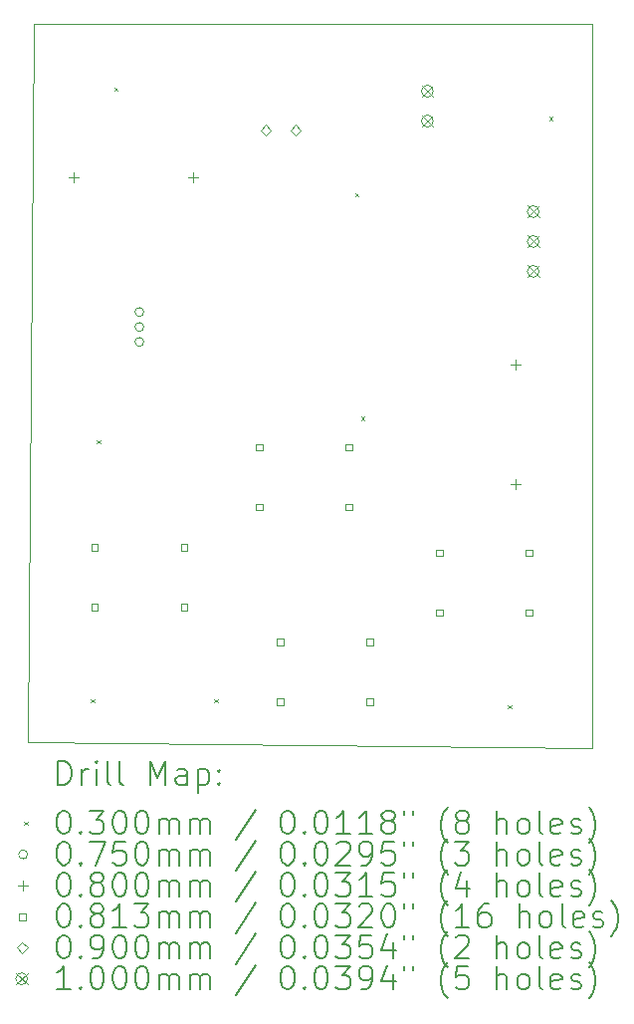
<source format=gbr>
%TF.GenerationSoftware,KiCad,Pcbnew,8.0.1*%
%TF.CreationDate,2024-05-12T14:06:55-04:00*%
%TF.ProjectId,recyclobot,72656379-636c-46f6-926f-742e6b696361,rev?*%
%TF.SameCoordinates,Original*%
%TF.FileFunction,Drillmap*%
%TF.FilePolarity,Positive*%
%FSLAX45Y45*%
G04 Gerber Fmt 4.5, Leading zero omitted, Abs format (unit mm)*
G04 Created by KiCad (PCBNEW 8.0.1) date 2024-05-12 14:06:55*
%MOMM*%
%LPD*%
G01*
G04 APERTURE LIST*
%ADD10C,0.050000*%
%ADD11C,0.200000*%
%ADD12C,0.100000*%
G04 APERTURE END LIST*
D10*
X13100000Y-12050000D02*
X13150000Y-5950000D01*
X17900000Y-12100000D02*
X13100000Y-12050000D01*
X17900000Y-5950000D02*
X17900000Y-12100000D01*
X13150000Y-5950000D02*
X17900000Y-5950000D01*
D11*
D12*
X13635000Y-11685000D02*
X13665000Y-11715000D01*
X13665000Y-11685000D02*
X13635000Y-11715000D01*
X13685000Y-9485000D02*
X13715000Y-9515000D01*
X13715000Y-9485000D02*
X13685000Y-9515000D01*
X13835000Y-6485000D02*
X13865000Y-6515000D01*
X13865000Y-6485000D02*
X13835000Y-6515000D01*
X14685000Y-11685000D02*
X14715000Y-11715000D01*
X14715000Y-11685000D02*
X14685000Y-11715000D01*
X15885000Y-7385000D02*
X15915000Y-7415000D01*
X15915000Y-7385000D02*
X15885000Y-7415000D01*
X15935000Y-9285000D02*
X15965000Y-9315000D01*
X15965000Y-9285000D02*
X15935000Y-9315000D01*
X17185000Y-11735000D02*
X17215000Y-11765000D01*
X17215000Y-11735000D02*
X17185000Y-11765000D01*
X17535000Y-6735000D02*
X17565000Y-6765000D01*
X17565000Y-6735000D02*
X17535000Y-6765000D01*
X14087500Y-8396000D02*
G75*
G02*
X14012500Y-8396000I-37500J0D01*
G01*
X14012500Y-8396000D02*
G75*
G02*
X14087500Y-8396000I37500J0D01*
G01*
X14087500Y-8523000D02*
G75*
G02*
X14012500Y-8523000I-37500J0D01*
G01*
X14012500Y-8523000D02*
G75*
G02*
X14087500Y-8523000I37500J0D01*
G01*
X14087500Y-8650000D02*
G75*
G02*
X14012500Y-8650000I-37500J0D01*
G01*
X14012500Y-8650000D02*
G75*
G02*
X14087500Y-8650000I37500J0D01*
G01*
X13492000Y-7210000D02*
X13492000Y-7290000D01*
X13452000Y-7250000D02*
X13532000Y-7250000D01*
X14508000Y-7210000D02*
X14508000Y-7290000D01*
X14468000Y-7250000D02*
X14548000Y-7250000D01*
X17250000Y-8802000D02*
X17250000Y-8882000D01*
X17210000Y-8842000D02*
X17290000Y-8842000D01*
X17250000Y-9818000D02*
X17250000Y-9898000D01*
X17210000Y-9858000D02*
X17290000Y-9858000D01*
X13697737Y-10424737D02*
X13697737Y-10367263D01*
X13640263Y-10367263D01*
X13640263Y-10424737D01*
X13697737Y-10424737D01*
X13697737Y-10932737D02*
X13697737Y-10875263D01*
X13640263Y-10875263D01*
X13640263Y-10932737D01*
X13697737Y-10932737D01*
X14459737Y-10424737D02*
X14459737Y-10367263D01*
X14402263Y-10367263D01*
X14402263Y-10424737D01*
X14459737Y-10424737D01*
X14459737Y-10932737D02*
X14459737Y-10875263D01*
X14402263Y-10875263D01*
X14402263Y-10932737D01*
X14459737Y-10932737D01*
X15097737Y-9574737D02*
X15097737Y-9517263D01*
X15040263Y-9517263D01*
X15040263Y-9574737D01*
X15097737Y-9574737D01*
X15097737Y-10082737D02*
X15097737Y-10025263D01*
X15040263Y-10025263D01*
X15040263Y-10082737D01*
X15097737Y-10082737D01*
X15278737Y-11228737D02*
X15278737Y-11171263D01*
X15221263Y-11171263D01*
X15221263Y-11228737D01*
X15278737Y-11228737D01*
X15278737Y-11736737D02*
X15278737Y-11679263D01*
X15221263Y-11679263D01*
X15221263Y-11736737D01*
X15278737Y-11736737D01*
X15859737Y-9574737D02*
X15859737Y-9517263D01*
X15802263Y-9517263D01*
X15802263Y-9574737D01*
X15859737Y-9574737D01*
X15859737Y-10082737D02*
X15859737Y-10025263D01*
X15802263Y-10025263D01*
X15802263Y-10082737D01*
X15859737Y-10082737D01*
X16040737Y-11228737D02*
X16040737Y-11171263D01*
X15983263Y-11171263D01*
X15983263Y-11228737D01*
X16040737Y-11228737D01*
X16040737Y-11736737D02*
X16040737Y-11679263D01*
X15983263Y-11679263D01*
X15983263Y-11736737D01*
X16040737Y-11736737D01*
X16628737Y-10470737D02*
X16628737Y-10413263D01*
X16571263Y-10413263D01*
X16571263Y-10470737D01*
X16628737Y-10470737D01*
X16628737Y-10978737D02*
X16628737Y-10921263D01*
X16571263Y-10921263D01*
X16571263Y-10978737D01*
X16628737Y-10978737D01*
X17390737Y-10470737D02*
X17390737Y-10413263D01*
X17333263Y-10413263D01*
X17333263Y-10470737D01*
X17390737Y-10470737D01*
X17390737Y-10978737D02*
X17390737Y-10921263D01*
X17333263Y-10921263D01*
X17333263Y-10978737D01*
X17390737Y-10978737D01*
X15123500Y-6895000D02*
X15168500Y-6850000D01*
X15123500Y-6805000D01*
X15078500Y-6850000D01*
X15123500Y-6895000D01*
X15377500Y-6895000D02*
X15422500Y-6850000D01*
X15377500Y-6805000D01*
X15332500Y-6850000D01*
X15377500Y-6895000D01*
X16450000Y-6468500D02*
X16550000Y-6568500D01*
X16550000Y-6468500D02*
X16450000Y-6568500D01*
X16550000Y-6518500D02*
G75*
G02*
X16450000Y-6518500I-50000J0D01*
G01*
X16450000Y-6518500D02*
G75*
G02*
X16550000Y-6518500I50000J0D01*
G01*
X16450000Y-6722500D02*
X16550000Y-6822500D01*
X16550000Y-6722500D02*
X16450000Y-6822500D01*
X16550000Y-6772500D02*
G75*
G02*
X16450000Y-6772500I-50000J0D01*
G01*
X16450000Y-6772500D02*
G75*
G02*
X16550000Y-6772500I50000J0D01*
G01*
X17350000Y-7492000D02*
X17450000Y-7592000D01*
X17450000Y-7492000D02*
X17350000Y-7592000D01*
X17450000Y-7542000D02*
G75*
G02*
X17350000Y-7542000I-50000J0D01*
G01*
X17350000Y-7542000D02*
G75*
G02*
X17450000Y-7542000I50000J0D01*
G01*
X17350000Y-7746000D02*
X17450000Y-7846000D01*
X17450000Y-7746000D02*
X17350000Y-7846000D01*
X17450000Y-7796000D02*
G75*
G02*
X17350000Y-7796000I-50000J0D01*
G01*
X17350000Y-7796000D02*
G75*
G02*
X17450000Y-7796000I50000J0D01*
G01*
X17350000Y-8000000D02*
X17450000Y-8100000D01*
X17450000Y-8000000D02*
X17350000Y-8100000D01*
X17450000Y-8050000D02*
G75*
G02*
X17350000Y-8050000I-50000J0D01*
G01*
X17350000Y-8050000D02*
G75*
G02*
X17450000Y-8050000I50000J0D01*
G01*
D11*
X13358277Y-12413984D02*
X13358277Y-12213984D01*
X13358277Y-12213984D02*
X13405896Y-12213984D01*
X13405896Y-12213984D02*
X13434467Y-12223508D01*
X13434467Y-12223508D02*
X13453515Y-12242555D01*
X13453515Y-12242555D02*
X13463039Y-12261603D01*
X13463039Y-12261603D02*
X13472562Y-12299698D01*
X13472562Y-12299698D02*
X13472562Y-12328269D01*
X13472562Y-12328269D02*
X13463039Y-12366365D01*
X13463039Y-12366365D02*
X13453515Y-12385412D01*
X13453515Y-12385412D02*
X13434467Y-12404460D01*
X13434467Y-12404460D02*
X13405896Y-12413984D01*
X13405896Y-12413984D02*
X13358277Y-12413984D01*
X13558277Y-12413984D02*
X13558277Y-12280650D01*
X13558277Y-12318746D02*
X13567801Y-12299698D01*
X13567801Y-12299698D02*
X13577324Y-12290174D01*
X13577324Y-12290174D02*
X13596372Y-12280650D01*
X13596372Y-12280650D02*
X13615420Y-12280650D01*
X13682086Y-12413984D02*
X13682086Y-12280650D01*
X13682086Y-12213984D02*
X13672562Y-12223508D01*
X13672562Y-12223508D02*
X13682086Y-12233031D01*
X13682086Y-12233031D02*
X13691610Y-12223508D01*
X13691610Y-12223508D02*
X13682086Y-12213984D01*
X13682086Y-12213984D02*
X13682086Y-12233031D01*
X13805896Y-12413984D02*
X13786848Y-12404460D01*
X13786848Y-12404460D02*
X13777324Y-12385412D01*
X13777324Y-12385412D02*
X13777324Y-12213984D01*
X13910658Y-12413984D02*
X13891610Y-12404460D01*
X13891610Y-12404460D02*
X13882086Y-12385412D01*
X13882086Y-12385412D02*
X13882086Y-12213984D01*
X14139229Y-12413984D02*
X14139229Y-12213984D01*
X14139229Y-12213984D02*
X14205896Y-12356841D01*
X14205896Y-12356841D02*
X14272562Y-12213984D01*
X14272562Y-12213984D02*
X14272562Y-12413984D01*
X14453515Y-12413984D02*
X14453515Y-12309222D01*
X14453515Y-12309222D02*
X14443991Y-12290174D01*
X14443991Y-12290174D02*
X14424943Y-12280650D01*
X14424943Y-12280650D02*
X14386848Y-12280650D01*
X14386848Y-12280650D02*
X14367801Y-12290174D01*
X14453515Y-12404460D02*
X14434467Y-12413984D01*
X14434467Y-12413984D02*
X14386848Y-12413984D01*
X14386848Y-12413984D02*
X14367801Y-12404460D01*
X14367801Y-12404460D02*
X14358277Y-12385412D01*
X14358277Y-12385412D02*
X14358277Y-12366365D01*
X14358277Y-12366365D02*
X14367801Y-12347317D01*
X14367801Y-12347317D02*
X14386848Y-12337793D01*
X14386848Y-12337793D02*
X14434467Y-12337793D01*
X14434467Y-12337793D02*
X14453515Y-12328269D01*
X14548753Y-12280650D02*
X14548753Y-12480650D01*
X14548753Y-12290174D02*
X14567801Y-12280650D01*
X14567801Y-12280650D02*
X14605896Y-12280650D01*
X14605896Y-12280650D02*
X14624943Y-12290174D01*
X14624943Y-12290174D02*
X14634467Y-12299698D01*
X14634467Y-12299698D02*
X14643991Y-12318746D01*
X14643991Y-12318746D02*
X14643991Y-12375888D01*
X14643991Y-12375888D02*
X14634467Y-12394936D01*
X14634467Y-12394936D02*
X14624943Y-12404460D01*
X14624943Y-12404460D02*
X14605896Y-12413984D01*
X14605896Y-12413984D02*
X14567801Y-12413984D01*
X14567801Y-12413984D02*
X14548753Y-12404460D01*
X14729705Y-12394936D02*
X14739229Y-12404460D01*
X14739229Y-12404460D02*
X14729705Y-12413984D01*
X14729705Y-12413984D02*
X14720182Y-12404460D01*
X14720182Y-12404460D02*
X14729705Y-12394936D01*
X14729705Y-12394936D02*
X14729705Y-12413984D01*
X14729705Y-12290174D02*
X14739229Y-12299698D01*
X14739229Y-12299698D02*
X14729705Y-12309222D01*
X14729705Y-12309222D02*
X14720182Y-12299698D01*
X14720182Y-12299698D02*
X14729705Y-12290174D01*
X14729705Y-12290174D02*
X14729705Y-12309222D01*
D12*
X13067500Y-12727500D02*
X13097500Y-12757500D01*
X13097500Y-12727500D02*
X13067500Y-12757500D01*
D11*
X13396372Y-12633984D02*
X13415420Y-12633984D01*
X13415420Y-12633984D02*
X13434467Y-12643508D01*
X13434467Y-12643508D02*
X13443991Y-12653031D01*
X13443991Y-12653031D02*
X13453515Y-12672079D01*
X13453515Y-12672079D02*
X13463039Y-12710174D01*
X13463039Y-12710174D02*
X13463039Y-12757793D01*
X13463039Y-12757793D02*
X13453515Y-12795888D01*
X13453515Y-12795888D02*
X13443991Y-12814936D01*
X13443991Y-12814936D02*
X13434467Y-12824460D01*
X13434467Y-12824460D02*
X13415420Y-12833984D01*
X13415420Y-12833984D02*
X13396372Y-12833984D01*
X13396372Y-12833984D02*
X13377324Y-12824460D01*
X13377324Y-12824460D02*
X13367801Y-12814936D01*
X13367801Y-12814936D02*
X13358277Y-12795888D01*
X13358277Y-12795888D02*
X13348753Y-12757793D01*
X13348753Y-12757793D02*
X13348753Y-12710174D01*
X13348753Y-12710174D02*
X13358277Y-12672079D01*
X13358277Y-12672079D02*
X13367801Y-12653031D01*
X13367801Y-12653031D02*
X13377324Y-12643508D01*
X13377324Y-12643508D02*
X13396372Y-12633984D01*
X13548753Y-12814936D02*
X13558277Y-12824460D01*
X13558277Y-12824460D02*
X13548753Y-12833984D01*
X13548753Y-12833984D02*
X13539229Y-12824460D01*
X13539229Y-12824460D02*
X13548753Y-12814936D01*
X13548753Y-12814936D02*
X13548753Y-12833984D01*
X13624943Y-12633984D02*
X13748753Y-12633984D01*
X13748753Y-12633984D02*
X13682086Y-12710174D01*
X13682086Y-12710174D02*
X13710658Y-12710174D01*
X13710658Y-12710174D02*
X13729705Y-12719698D01*
X13729705Y-12719698D02*
X13739229Y-12729222D01*
X13739229Y-12729222D02*
X13748753Y-12748269D01*
X13748753Y-12748269D02*
X13748753Y-12795888D01*
X13748753Y-12795888D02*
X13739229Y-12814936D01*
X13739229Y-12814936D02*
X13729705Y-12824460D01*
X13729705Y-12824460D02*
X13710658Y-12833984D01*
X13710658Y-12833984D02*
X13653515Y-12833984D01*
X13653515Y-12833984D02*
X13634467Y-12824460D01*
X13634467Y-12824460D02*
X13624943Y-12814936D01*
X13872562Y-12633984D02*
X13891610Y-12633984D01*
X13891610Y-12633984D02*
X13910658Y-12643508D01*
X13910658Y-12643508D02*
X13920182Y-12653031D01*
X13920182Y-12653031D02*
X13929705Y-12672079D01*
X13929705Y-12672079D02*
X13939229Y-12710174D01*
X13939229Y-12710174D02*
X13939229Y-12757793D01*
X13939229Y-12757793D02*
X13929705Y-12795888D01*
X13929705Y-12795888D02*
X13920182Y-12814936D01*
X13920182Y-12814936D02*
X13910658Y-12824460D01*
X13910658Y-12824460D02*
X13891610Y-12833984D01*
X13891610Y-12833984D02*
X13872562Y-12833984D01*
X13872562Y-12833984D02*
X13853515Y-12824460D01*
X13853515Y-12824460D02*
X13843991Y-12814936D01*
X13843991Y-12814936D02*
X13834467Y-12795888D01*
X13834467Y-12795888D02*
X13824943Y-12757793D01*
X13824943Y-12757793D02*
X13824943Y-12710174D01*
X13824943Y-12710174D02*
X13834467Y-12672079D01*
X13834467Y-12672079D02*
X13843991Y-12653031D01*
X13843991Y-12653031D02*
X13853515Y-12643508D01*
X13853515Y-12643508D02*
X13872562Y-12633984D01*
X14063039Y-12633984D02*
X14082086Y-12633984D01*
X14082086Y-12633984D02*
X14101134Y-12643508D01*
X14101134Y-12643508D02*
X14110658Y-12653031D01*
X14110658Y-12653031D02*
X14120182Y-12672079D01*
X14120182Y-12672079D02*
X14129705Y-12710174D01*
X14129705Y-12710174D02*
X14129705Y-12757793D01*
X14129705Y-12757793D02*
X14120182Y-12795888D01*
X14120182Y-12795888D02*
X14110658Y-12814936D01*
X14110658Y-12814936D02*
X14101134Y-12824460D01*
X14101134Y-12824460D02*
X14082086Y-12833984D01*
X14082086Y-12833984D02*
X14063039Y-12833984D01*
X14063039Y-12833984D02*
X14043991Y-12824460D01*
X14043991Y-12824460D02*
X14034467Y-12814936D01*
X14034467Y-12814936D02*
X14024943Y-12795888D01*
X14024943Y-12795888D02*
X14015420Y-12757793D01*
X14015420Y-12757793D02*
X14015420Y-12710174D01*
X14015420Y-12710174D02*
X14024943Y-12672079D01*
X14024943Y-12672079D02*
X14034467Y-12653031D01*
X14034467Y-12653031D02*
X14043991Y-12643508D01*
X14043991Y-12643508D02*
X14063039Y-12633984D01*
X14215420Y-12833984D02*
X14215420Y-12700650D01*
X14215420Y-12719698D02*
X14224943Y-12710174D01*
X14224943Y-12710174D02*
X14243991Y-12700650D01*
X14243991Y-12700650D02*
X14272563Y-12700650D01*
X14272563Y-12700650D02*
X14291610Y-12710174D01*
X14291610Y-12710174D02*
X14301134Y-12729222D01*
X14301134Y-12729222D02*
X14301134Y-12833984D01*
X14301134Y-12729222D02*
X14310658Y-12710174D01*
X14310658Y-12710174D02*
X14329705Y-12700650D01*
X14329705Y-12700650D02*
X14358277Y-12700650D01*
X14358277Y-12700650D02*
X14377324Y-12710174D01*
X14377324Y-12710174D02*
X14386848Y-12729222D01*
X14386848Y-12729222D02*
X14386848Y-12833984D01*
X14482086Y-12833984D02*
X14482086Y-12700650D01*
X14482086Y-12719698D02*
X14491610Y-12710174D01*
X14491610Y-12710174D02*
X14510658Y-12700650D01*
X14510658Y-12700650D02*
X14539229Y-12700650D01*
X14539229Y-12700650D02*
X14558277Y-12710174D01*
X14558277Y-12710174D02*
X14567801Y-12729222D01*
X14567801Y-12729222D02*
X14567801Y-12833984D01*
X14567801Y-12729222D02*
X14577324Y-12710174D01*
X14577324Y-12710174D02*
X14596372Y-12700650D01*
X14596372Y-12700650D02*
X14624943Y-12700650D01*
X14624943Y-12700650D02*
X14643991Y-12710174D01*
X14643991Y-12710174D02*
X14653515Y-12729222D01*
X14653515Y-12729222D02*
X14653515Y-12833984D01*
X15043991Y-12624460D02*
X14872563Y-12881603D01*
X15301134Y-12633984D02*
X15320182Y-12633984D01*
X15320182Y-12633984D02*
X15339229Y-12643508D01*
X15339229Y-12643508D02*
X15348753Y-12653031D01*
X15348753Y-12653031D02*
X15358277Y-12672079D01*
X15358277Y-12672079D02*
X15367801Y-12710174D01*
X15367801Y-12710174D02*
X15367801Y-12757793D01*
X15367801Y-12757793D02*
X15358277Y-12795888D01*
X15358277Y-12795888D02*
X15348753Y-12814936D01*
X15348753Y-12814936D02*
X15339229Y-12824460D01*
X15339229Y-12824460D02*
X15320182Y-12833984D01*
X15320182Y-12833984D02*
X15301134Y-12833984D01*
X15301134Y-12833984D02*
X15282086Y-12824460D01*
X15282086Y-12824460D02*
X15272563Y-12814936D01*
X15272563Y-12814936D02*
X15263039Y-12795888D01*
X15263039Y-12795888D02*
X15253515Y-12757793D01*
X15253515Y-12757793D02*
X15253515Y-12710174D01*
X15253515Y-12710174D02*
X15263039Y-12672079D01*
X15263039Y-12672079D02*
X15272563Y-12653031D01*
X15272563Y-12653031D02*
X15282086Y-12643508D01*
X15282086Y-12643508D02*
X15301134Y-12633984D01*
X15453515Y-12814936D02*
X15463039Y-12824460D01*
X15463039Y-12824460D02*
X15453515Y-12833984D01*
X15453515Y-12833984D02*
X15443991Y-12824460D01*
X15443991Y-12824460D02*
X15453515Y-12814936D01*
X15453515Y-12814936D02*
X15453515Y-12833984D01*
X15586848Y-12633984D02*
X15605896Y-12633984D01*
X15605896Y-12633984D02*
X15624944Y-12643508D01*
X15624944Y-12643508D02*
X15634467Y-12653031D01*
X15634467Y-12653031D02*
X15643991Y-12672079D01*
X15643991Y-12672079D02*
X15653515Y-12710174D01*
X15653515Y-12710174D02*
X15653515Y-12757793D01*
X15653515Y-12757793D02*
X15643991Y-12795888D01*
X15643991Y-12795888D02*
X15634467Y-12814936D01*
X15634467Y-12814936D02*
X15624944Y-12824460D01*
X15624944Y-12824460D02*
X15605896Y-12833984D01*
X15605896Y-12833984D02*
X15586848Y-12833984D01*
X15586848Y-12833984D02*
X15567801Y-12824460D01*
X15567801Y-12824460D02*
X15558277Y-12814936D01*
X15558277Y-12814936D02*
X15548753Y-12795888D01*
X15548753Y-12795888D02*
X15539229Y-12757793D01*
X15539229Y-12757793D02*
X15539229Y-12710174D01*
X15539229Y-12710174D02*
X15548753Y-12672079D01*
X15548753Y-12672079D02*
X15558277Y-12653031D01*
X15558277Y-12653031D02*
X15567801Y-12643508D01*
X15567801Y-12643508D02*
X15586848Y-12633984D01*
X15843991Y-12833984D02*
X15729706Y-12833984D01*
X15786848Y-12833984D02*
X15786848Y-12633984D01*
X15786848Y-12633984D02*
X15767801Y-12662555D01*
X15767801Y-12662555D02*
X15748753Y-12681603D01*
X15748753Y-12681603D02*
X15729706Y-12691127D01*
X16034467Y-12833984D02*
X15920182Y-12833984D01*
X15977325Y-12833984D02*
X15977325Y-12633984D01*
X15977325Y-12633984D02*
X15958277Y-12662555D01*
X15958277Y-12662555D02*
X15939229Y-12681603D01*
X15939229Y-12681603D02*
X15920182Y-12691127D01*
X16148753Y-12719698D02*
X16129706Y-12710174D01*
X16129706Y-12710174D02*
X16120182Y-12700650D01*
X16120182Y-12700650D02*
X16110658Y-12681603D01*
X16110658Y-12681603D02*
X16110658Y-12672079D01*
X16110658Y-12672079D02*
X16120182Y-12653031D01*
X16120182Y-12653031D02*
X16129706Y-12643508D01*
X16129706Y-12643508D02*
X16148753Y-12633984D01*
X16148753Y-12633984D02*
X16186848Y-12633984D01*
X16186848Y-12633984D02*
X16205896Y-12643508D01*
X16205896Y-12643508D02*
X16215420Y-12653031D01*
X16215420Y-12653031D02*
X16224944Y-12672079D01*
X16224944Y-12672079D02*
X16224944Y-12681603D01*
X16224944Y-12681603D02*
X16215420Y-12700650D01*
X16215420Y-12700650D02*
X16205896Y-12710174D01*
X16205896Y-12710174D02*
X16186848Y-12719698D01*
X16186848Y-12719698D02*
X16148753Y-12719698D01*
X16148753Y-12719698D02*
X16129706Y-12729222D01*
X16129706Y-12729222D02*
X16120182Y-12738746D01*
X16120182Y-12738746D02*
X16110658Y-12757793D01*
X16110658Y-12757793D02*
X16110658Y-12795888D01*
X16110658Y-12795888D02*
X16120182Y-12814936D01*
X16120182Y-12814936D02*
X16129706Y-12824460D01*
X16129706Y-12824460D02*
X16148753Y-12833984D01*
X16148753Y-12833984D02*
X16186848Y-12833984D01*
X16186848Y-12833984D02*
X16205896Y-12824460D01*
X16205896Y-12824460D02*
X16215420Y-12814936D01*
X16215420Y-12814936D02*
X16224944Y-12795888D01*
X16224944Y-12795888D02*
X16224944Y-12757793D01*
X16224944Y-12757793D02*
X16215420Y-12738746D01*
X16215420Y-12738746D02*
X16205896Y-12729222D01*
X16205896Y-12729222D02*
X16186848Y-12719698D01*
X16301134Y-12633984D02*
X16301134Y-12672079D01*
X16377325Y-12633984D02*
X16377325Y-12672079D01*
X16672563Y-12910174D02*
X16663039Y-12900650D01*
X16663039Y-12900650D02*
X16643991Y-12872079D01*
X16643991Y-12872079D02*
X16634468Y-12853031D01*
X16634468Y-12853031D02*
X16624944Y-12824460D01*
X16624944Y-12824460D02*
X16615420Y-12776841D01*
X16615420Y-12776841D02*
X16615420Y-12738746D01*
X16615420Y-12738746D02*
X16624944Y-12691127D01*
X16624944Y-12691127D02*
X16634468Y-12662555D01*
X16634468Y-12662555D02*
X16643991Y-12643508D01*
X16643991Y-12643508D02*
X16663039Y-12614936D01*
X16663039Y-12614936D02*
X16672563Y-12605412D01*
X16777325Y-12719698D02*
X16758277Y-12710174D01*
X16758277Y-12710174D02*
X16748753Y-12700650D01*
X16748753Y-12700650D02*
X16739229Y-12681603D01*
X16739229Y-12681603D02*
X16739229Y-12672079D01*
X16739229Y-12672079D02*
X16748753Y-12653031D01*
X16748753Y-12653031D02*
X16758277Y-12643508D01*
X16758277Y-12643508D02*
X16777325Y-12633984D01*
X16777325Y-12633984D02*
X16815420Y-12633984D01*
X16815420Y-12633984D02*
X16834468Y-12643508D01*
X16834468Y-12643508D02*
X16843991Y-12653031D01*
X16843991Y-12653031D02*
X16853515Y-12672079D01*
X16853515Y-12672079D02*
X16853515Y-12681603D01*
X16853515Y-12681603D02*
X16843991Y-12700650D01*
X16843991Y-12700650D02*
X16834468Y-12710174D01*
X16834468Y-12710174D02*
X16815420Y-12719698D01*
X16815420Y-12719698D02*
X16777325Y-12719698D01*
X16777325Y-12719698D02*
X16758277Y-12729222D01*
X16758277Y-12729222D02*
X16748753Y-12738746D01*
X16748753Y-12738746D02*
X16739229Y-12757793D01*
X16739229Y-12757793D02*
X16739229Y-12795888D01*
X16739229Y-12795888D02*
X16748753Y-12814936D01*
X16748753Y-12814936D02*
X16758277Y-12824460D01*
X16758277Y-12824460D02*
X16777325Y-12833984D01*
X16777325Y-12833984D02*
X16815420Y-12833984D01*
X16815420Y-12833984D02*
X16834468Y-12824460D01*
X16834468Y-12824460D02*
X16843991Y-12814936D01*
X16843991Y-12814936D02*
X16853515Y-12795888D01*
X16853515Y-12795888D02*
X16853515Y-12757793D01*
X16853515Y-12757793D02*
X16843991Y-12738746D01*
X16843991Y-12738746D02*
X16834468Y-12729222D01*
X16834468Y-12729222D02*
X16815420Y-12719698D01*
X17091611Y-12833984D02*
X17091611Y-12633984D01*
X17177325Y-12833984D02*
X17177325Y-12729222D01*
X17177325Y-12729222D02*
X17167801Y-12710174D01*
X17167801Y-12710174D02*
X17148753Y-12700650D01*
X17148753Y-12700650D02*
X17120182Y-12700650D01*
X17120182Y-12700650D02*
X17101134Y-12710174D01*
X17101134Y-12710174D02*
X17091611Y-12719698D01*
X17301134Y-12833984D02*
X17282087Y-12824460D01*
X17282087Y-12824460D02*
X17272563Y-12814936D01*
X17272563Y-12814936D02*
X17263039Y-12795888D01*
X17263039Y-12795888D02*
X17263039Y-12738746D01*
X17263039Y-12738746D02*
X17272563Y-12719698D01*
X17272563Y-12719698D02*
X17282087Y-12710174D01*
X17282087Y-12710174D02*
X17301134Y-12700650D01*
X17301134Y-12700650D02*
X17329706Y-12700650D01*
X17329706Y-12700650D02*
X17348753Y-12710174D01*
X17348753Y-12710174D02*
X17358277Y-12719698D01*
X17358277Y-12719698D02*
X17367801Y-12738746D01*
X17367801Y-12738746D02*
X17367801Y-12795888D01*
X17367801Y-12795888D02*
X17358277Y-12814936D01*
X17358277Y-12814936D02*
X17348753Y-12824460D01*
X17348753Y-12824460D02*
X17329706Y-12833984D01*
X17329706Y-12833984D02*
X17301134Y-12833984D01*
X17482087Y-12833984D02*
X17463039Y-12824460D01*
X17463039Y-12824460D02*
X17453515Y-12805412D01*
X17453515Y-12805412D02*
X17453515Y-12633984D01*
X17634468Y-12824460D02*
X17615420Y-12833984D01*
X17615420Y-12833984D02*
X17577325Y-12833984D01*
X17577325Y-12833984D02*
X17558277Y-12824460D01*
X17558277Y-12824460D02*
X17548753Y-12805412D01*
X17548753Y-12805412D02*
X17548753Y-12729222D01*
X17548753Y-12729222D02*
X17558277Y-12710174D01*
X17558277Y-12710174D02*
X17577325Y-12700650D01*
X17577325Y-12700650D02*
X17615420Y-12700650D01*
X17615420Y-12700650D02*
X17634468Y-12710174D01*
X17634468Y-12710174D02*
X17643992Y-12729222D01*
X17643992Y-12729222D02*
X17643992Y-12748269D01*
X17643992Y-12748269D02*
X17548753Y-12767317D01*
X17720182Y-12824460D02*
X17739230Y-12833984D01*
X17739230Y-12833984D02*
X17777325Y-12833984D01*
X17777325Y-12833984D02*
X17796373Y-12824460D01*
X17796373Y-12824460D02*
X17805896Y-12805412D01*
X17805896Y-12805412D02*
X17805896Y-12795888D01*
X17805896Y-12795888D02*
X17796373Y-12776841D01*
X17796373Y-12776841D02*
X17777325Y-12767317D01*
X17777325Y-12767317D02*
X17748753Y-12767317D01*
X17748753Y-12767317D02*
X17729706Y-12757793D01*
X17729706Y-12757793D02*
X17720182Y-12738746D01*
X17720182Y-12738746D02*
X17720182Y-12729222D01*
X17720182Y-12729222D02*
X17729706Y-12710174D01*
X17729706Y-12710174D02*
X17748753Y-12700650D01*
X17748753Y-12700650D02*
X17777325Y-12700650D01*
X17777325Y-12700650D02*
X17796373Y-12710174D01*
X17872563Y-12910174D02*
X17882087Y-12900650D01*
X17882087Y-12900650D02*
X17901134Y-12872079D01*
X17901134Y-12872079D02*
X17910658Y-12853031D01*
X17910658Y-12853031D02*
X17920182Y-12824460D01*
X17920182Y-12824460D02*
X17929706Y-12776841D01*
X17929706Y-12776841D02*
X17929706Y-12738746D01*
X17929706Y-12738746D02*
X17920182Y-12691127D01*
X17920182Y-12691127D02*
X17910658Y-12662555D01*
X17910658Y-12662555D02*
X17901134Y-12643508D01*
X17901134Y-12643508D02*
X17882087Y-12614936D01*
X17882087Y-12614936D02*
X17872563Y-12605412D01*
D12*
X13097500Y-13006500D02*
G75*
G02*
X13022500Y-13006500I-37500J0D01*
G01*
X13022500Y-13006500D02*
G75*
G02*
X13097500Y-13006500I37500J0D01*
G01*
D11*
X13396372Y-12897984D02*
X13415420Y-12897984D01*
X13415420Y-12897984D02*
X13434467Y-12907508D01*
X13434467Y-12907508D02*
X13443991Y-12917031D01*
X13443991Y-12917031D02*
X13453515Y-12936079D01*
X13453515Y-12936079D02*
X13463039Y-12974174D01*
X13463039Y-12974174D02*
X13463039Y-13021793D01*
X13463039Y-13021793D02*
X13453515Y-13059888D01*
X13453515Y-13059888D02*
X13443991Y-13078936D01*
X13443991Y-13078936D02*
X13434467Y-13088460D01*
X13434467Y-13088460D02*
X13415420Y-13097984D01*
X13415420Y-13097984D02*
X13396372Y-13097984D01*
X13396372Y-13097984D02*
X13377324Y-13088460D01*
X13377324Y-13088460D02*
X13367801Y-13078936D01*
X13367801Y-13078936D02*
X13358277Y-13059888D01*
X13358277Y-13059888D02*
X13348753Y-13021793D01*
X13348753Y-13021793D02*
X13348753Y-12974174D01*
X13348753Y-12974174D02*
X13358277Y-12936079D01*
X13358277Y-12936079D02*
X13367801Y-12917031D01*
X13367801Y-12917031D02*
X13377324Y-12907508D01*
X13377324Y-12907508D02*
X13396372Y-12897984D01*
X13548753Y-13078936D02*
X13558277Y-13088460D01*
X13558277Y-13088460D02*
X13548753Y-13097984D01*
X13548753Y-13097984D02*
X13539229Y-13088460D01*
X13539229Y-13088460D02*
X13548753Y-13078936D01*
X13548753Y-13078936D02*
X13548753Y-13097984D01*
X13624943Y-12897984D02*
X13758277Y-12897984D01*
X13758277Y-12897984D02*
X13672562Y-13097984D01*
X13929705Y-12897984D02*
X13834467Y-12897984D01*
X13834467Y-12897984D02*
X13824943Y-12993222D01*
X13824943Y-12993222D02*
X13834467Y-12983698D01*
X13834467Y-12983698D02*
X13853515Y-12974174D01*
X13853515Y-12974174D02*
X13901134Y-12974174D01*
X13901134Y-12974174D02*
X13920182Y-12983698D01*
X13920182Y-12983698D02*
X13929705Y-12993222D01*
X13929705Y-12993222D02*
X13939229Y-13012269D01*
X13939229Y-13012269D02*
X13939229Y-13059888D01*
X13939229Y-13059888D02*
X13929705Y-13078936D01*
X13929705Y-13078936D02*
X13920182Y-13088460D01*
X13920182Y-13088460D02*
X13901134Y-13097984D01*
X13901134Y-13097984D02*
X13853515Y-13097984D01*
X13853515Y-13097984D02*
X13834467Y-13088460D01*
X13834467Y-13088460D02*
X13824943Y-13078936D01*
X14063039Y-12897984D02*
X14082086Y-12897984D01*
X14082086Y-12897984D02*
X14101134Y-12907508D01*
X14101134Y-12907508D02*
X14110658Y-12917031D01*
X14110658Y-12917031D02*
X14120182Y-12936079D01*
X14120182Y-12936079D02*
X14129705Y-12974174D01*
X14129705Y-12974174D02*
X14129705Y-13021793D01*
X14129705Y-13021793D02*
X14120182Y-13059888D01*
X14120182Y-13059888D02*
X14110658Y-13078936D01*
X14110658Y-13078936D02*
X14101134Y-13088460D01*
X14101134Y-13088460D02*
X14082086Y-13097984D01*
X14082086Y-13097984D02*
X14063039Y-13097984D01*
X14063039Y-13097984D02*
X14043991Y-13088460D01*
X14043991Y-13088460D02*
X14034467Y-13078936D01*
X14034467Y-13078936D02*
X14024943Y-13059888D01*
X14024943Y-13059888D02*
X14015420Y-13021793D01*
X14015420Y-13021793D02*
X14015420Y-12974174D01*
X14015420Y-12974174D02*
X14024943Y-12936079D01*
X14024943Y-12936079D02*
X14034467Y-12917031D01*
X14034467Y-12917031D02*
X14043991Y-12907508D01*
X14043991Y-12907508D02*
X14063039Y-12897984D01*
X14215420Y-13097984D02*
X14215420Y-12964650D01*
X14215420Y-12983698D02*
X14224943Y-12974174D01*
X14224943Y-12974174D02*
X14243991Y-12964650D01*
X14243991Y-12964650D02*
X14272563Y-12964650D01*
X14272563Y-12964650D02*
X14291610Y-12974174D01*
X14291610Y-12974174D02*
X14301134Y-12993222D01*
X14301134Y-12993222D02*
X14301134Y-13097984D01*
X14301134Y-12993222D02*
X14310658Y-12974174D01*
X14310658Y-12974174D02*
X14329705Y-12964650D01*
X14329705Y-12964650D02*
X14358277Y-12964650D01*
X14358277Y-12964650D02*
X14377324Y-12974174D01*
X14377324Y-12974174D02*
X14386848Y-12993222D01*
X14386848Y-12993222D02*
X14386848Y-13097984D01*
X14482086Y-13097984D02*
X14482086Y-12964650D01*
X14482086Y-12983698D02*
X14491610Y-12974174D01*
X14491610Y-12974174D02*
X14510658Y-12964650D01*
X14510658Y-12964650D02*
X14539229Y-12964650D01*
X14539229Y-12964650D02*
X14558277Y-12974174D01*
X14558277Y-12974174D02*
X14567801Y-12993222D01*
X14567801Y-12993222D02*
X14567801Y-13097984D01*
X14567801Y-12993222D02*
X14577324Y-12974174D01*
X14577324Y-12974174D02*
X14596372Y-12964650D01*
X14596372Y-12964650D02*
X14624943Y-12964650D01*
X14624943Y-12964650D02*
X14643991Y-12974174D01*
X14643991Y-12974174D02*
X14653515Y-12993222D01*
X14653515Y-12993222D02*
X14653515Y-13097984D01*
X15043991Y-12888460D02*
X14872563Y-13145603D01*
X15301134Y-12897984D02*
X15320182Y-12897984D01*
X15320182Y-12897984D02*
X15339229Y-12907508D01*
X15339229Y-12907508D02*
X15348753Y-12917031D01*
X15348753Y-12917031D02*
X15358277Y-12936079D01*
X15358277Y-12936079D02*
X15367801Y-12974174D01*
X15367801Y-12974174D02*
X15367801Y-13021793D01*
X15367801Y-13021793D02*
X15358277Y-13059888D01*
X15358277Y-13059888D02*
X15348753Y-13078936D01*
X15348753Y-13078936D02*
X15339229Y-13088460D01*
X15339229Y-13088460D02*
X15320182Y-13097984D01*
X15320182Y-13097984D02*
X15301134Y-13097984D01*
X15301134Y-13097984D02*
X15282086Y-13088460D01*
X15282086Y-13088460D02*
X15272563Y-13078936D01*
X15272563Y-13078936D02*
X15263039Y-13059888D01*
X15263039Y-13059888D02*
X15253515Y-13021793D01*
X15253515Y-13021793D02*
X15253515Y-12974174D01*
X15253515Y-12974174D02*
X15263039Y-12936079D01*
X15263039Y-12936079D02*
X15272563Y-12917031D01*
X15272563Y-12917031D02*
X15282086Y-12907508D01*
X15282086Y-12907508D02*
X15301134Y-12897984D01*
X15453515Y-13078936D02*
X15463039Y-13088460D01*
X15463039Y-13088460D02*
X15453515Y-13097984D01*
X15453515Y-13097984D02*
X15443991Y-13088460D01*
X15443991Y-13088460D02*
X15453515Y-13078936D01*
X15453515Y-13078936D02*
X15453515Y-13097984D01*
X15586848Y-12897984D02*
X15605896Y-12897984D01*
X15605896Y-12897984D02*
X15624944Y-12907508D01*
X15624944Y-12907508D02*
X15634467Y-12917031D01*
X15634467Y-12917031D02*
X15643991Y-12936079D01*
X15643991Y-12936079D02*
X15653515Y-12974174D01*
X15653515Y-12974174D02*
X15653515Y-13021793D01*
X15653515Y-13021793D02*
X15643991Y-13059888D01*
X15643991Y-13059888D02*
X15634467Y-13078936D01*
X15634467Y-13078936D02*
X15624944Y-13088460D01*
X15624944Y-13088460D02*
X15605896Y-13097984D01*
X15605896Y-13097984D02*
X15586848Y-13097984D01*
X15586848Y-13097984D02*
X15567801Y-13088460D01*
X15567801Y-13088460D02*
X15558277Y-13078936D01*
X15558277Y-13078936D02*
X15548753Y-13059888D01*
X15548753Y-13059888D02*
X15539229Y-13021793D01*
X15539229Y-13021793D02*
X15539229Y-12974174D01*
X15539229Y-12974174D02*
X15548753Y-12936079D01*
X15548753Y-12936079D02*
X15558277Y-12917031D01*
X15558277Y-12917031D02*
X15567801Y-12907508D01*
X15567801Y-12907508D02*
X15586848Y-12897984D01*
X15729706Y-12917031D02*
X15739229Y-12907508D01*
X15739229Y-12907508D02*
X15758277Y-12897984D01*
X15758277Y-12897984D02*
X15805896Y-12897984D01*
X15805896Y-12897984D02*
X15824944Y-12907508D01*
X15824944Y-12907508D02*
X15834467Y-12917031D01*
X15834467Y-12917031D02*
X15843991Y-12936079D01*
X15843991Y-12936079D02*
X15843991Y-12955127D01*
X15843991Y-12955127D02*
X15834467Y-12983698D01*
X15834467Y-12983698D02*
X15720182Y-13097984D01*
X15720182Y-13097984D02*
X15843991Y-13097984D01*
X15939229Y-13097984D02*
X15977325Y-13097984D01*
X15977325Y-13097984D02*
X15996372Y-13088460D01*
X15996372Y-13088460D02*
X16005896Y-13078936D01*
X16005896Y-13078936D02*
X16024944Y-13050365D01*
X16024944Y-13050365D02*
X16034467Y-13012269D01*
X16034467Y-13012269D02*
X16034467Y-12936079D01*
X16034467Y-12936079D02*
X16024944Y-12917031D01*
X16024944Y-12917031D02*
X16015420Y-12907508D01*
X16015420Y-12907508D02*
X15996372Y-12897984D01*
X15996372Y-12897984D02*
X15958277Y-12897984D01*
X15958277Y-12897984D02*
X15939229Y-12907508D01*
X15939229Y-12907508D02*
X15929706Y-12917031D01*
X15929706Y-12917031D02*
X15920182Y-12936079D01*
X15920182Y-12936079D02*
X15920182Y-12983698D01*
X15920182Y-12983698D02*
X15929706Y-13002746D01*
X15929706Y-13002746D02*
X15939229Y-13012269D01*
X15939229Y-13012269D02*
X15958277Y-13021793D01*
X15958277Y-13021793D02*
X15996372Y-13021793D01*
X15996372Y-13021793D02*
X16015420Y-13012269D01*
X16015420Y-13012269D02*
X16024944Y-13002746D01*
X16024944Y-13002746D02*
X16034467Y-12983698D01*
X16215420Y-12897984D02*
X16120182Y-12897984D01*
X16120182Y-12897984D02*
X16110658Y-12993222D01*
X16110658Y-12993222D02*
X16120182Y-12983698D01*
X16120182Y-12983698D02*
X16139229Y-12974174D01*
X16139229Y-12974174D02*
X16186848Y-12974174D01*
X16186848Y-12974174D02*
X16205896Y-12983698D01*
X16205896Y-12983698D02*
X16215420Y-12993222D01*
X16215420Y-12993222D02*
X16224944Y-13012269D01*
X16224944Y-13012269D02*
X16224944Y-13059888D01*
X16224944Y-13059888D02*
X16215420Y-13078936D01*
X16215420Y-13078936D02*
X16205896Y-13088460D01*
X16205896Y-13088460D02*
X16186848Y-13097984D01*
X16186848Y-13097984D02*
X16139229Y-13097984D01*
X16139229Y-13097984D02*
X16120182Y-13088460D01*
X16120182Y-13088460D02*
X16110658Y-13078936D01*
X16301134Y-12897984D02*
X16301134Y-12936079D01*
X16377325Y-12897984D02*
X16377325Y-12936079D01*
X16672563Y-13174174D02*
X16663039Y-13164650D01*
X16663039Y-13164650D02*
X16643991Y-13136079D01*
X16643991Y-13136079D02*
X16634468Y-13117031D01*
X16634468Y-13117031D02*
X16624944Y-13088460D01*
X16624944Y-13088460D02*
X16615420Y-13040841D01*
X16615420Y-13040841D02*
X16615420Y-13002746D01*
X16615420Y-13002746D02*
X16624944Y-12955127D01*
X16624944Y-12955127D02*
X16634468Y-12926555D01*
X16634468Y-12926555D02*
X16643991Y-12907508D01*
X16643991Y-12907508D02*
X16663039Y-12878936D01*
X16663039Y-12878936D02*
X16672563Y-12869412D01*
X16729706Y-12897984D02*
X16853515Y-12897984D01*
X16853515Y-12897984D02*
X16786849Y-12974174D01*
X16786849Y-12974174D02*
X16815420Y-12974174D01*
X16815420Y-12974174D02*
X16834468Y-12983698D01*
X16834468Y-12983698D02*
X16843991Y-12993222D01*
X16843991Y-12993222D02*
X16853515Y-13012269D01*
X16853515Y-13012269D02*
X16853515Y-13059888D01*
X16853515Y-13059888D02*
X16843991Y-13078936D01*
X16843991Y-13078936D02*
X16834468Y-13088460D01*
X16834468Y-13088460D02*
X16815420Y-13097984D01*
X16815420Y-13097984D02*
X16758277Y-13097984D01*
X16758277Y-13097984D02*
X16739229Y-13088460D01*
X16739229Y-13088460D02*
X16729706Y-13078936D01*
X17091611Y-13097984D02*
X17091611Y-12897984D01*
X17177325Y-13097984D02*
X17177325Y-12993222D01*
X17177325Y-12993222D02*
X17167801Y-12974174D01*
X17167801Y-12974174D02*
X17148753Y-12964650D01*
X17148753Y-12964650D02*
X17120182Y-12964650D01*
X17120182Y-12964650D02*
X17101134Y-12974174D01*
X17101134Y-12974174D02*
X17091611Y-12983698D01*
X17301134Y-13097984D02*
X17282087Y-13088460D01*
X17282087Y-13088460D02*
X17272563Y-13078936D01*
X17272563Y-13078936D02*
X17263039Y-13059888D01*
X17263039Y-13059888D02*
X17263039Y-13002746D01*
X17263039Y-13002746D02*
X17272563Y-12983698D01*
X17272563Y-12983698D02*
X17282087Y-12974174D01*
X17282087Y-12974174D02*
X17301134Y-12964650D01*
X17301134Y-12964650D02*
X17329706Y-12964650D01*
X17329706Y-12964650D02*
X17348753Y-12974174D01*
X17348753Y-12974174D02*
X17358277Y-12983698D01*
X17358277Y-12983698D02*
X17367801Y-13002746D01*
X17367801Y-13002746D02*
X17367801Y-13059888D01*
X17367801Y-13059888D02*
X17358277Y-13078936D01*
X17358277Y-13078936D02*
X17348753Y-13088460D01*
X17348753Y-13088460D02*
X17329706Y-13097984D01*
X17329706Y-13097984D02*
X17301134Y-13097984D01*
X17482087Y-13097984D02*
X17463039Y-13088460D01*
X17463039Y-13088460D02*
X17453515Y-13069412D01*
X17453515Y-13069412D02*
X17453515Y-12897984D01*
X17634468Y-13088460D02*
X17615420Y-13097984D01*
X17615420Y-13097984D02*
X17577325Y-13097984D01*
X17577325Y-13097984D02*
X17558277Y-13088460D01*
X17558277Y-13088460D02*
X17548753Y-13069412D01*
X17548753Y-13069412D02*
X17548753Y-12993222D01*
X17548753Y-12993222D02*
X17558277Y-12974174D01*
X17558277Y-12974174D02*
X17577325Y-12964650D01*
X17577325Y-12964650D02*
X17615420Y-12964650D01*
X17615420Y-12964650D02*
X17634468Y-12974174D01*
X17634468Y-12974174D02*
X17643992Y-12993222D01*
X17643992Y-12993222D02*
X17643992Y-13012269D01*
X17643992Y-13012269D02*
X17548753Y-13031317D01*
X17720182Y-13088460D02*
X17739230Y-13097984D01*
X17739230Y-13097984D02*
X17777325Y-13097984D01*
X17777325Y-13097984D02*
X17796373Y-13088460D01*
X17796373Y-13088460D02*
X17805896Y-13069412D01*
X17805896Y-13069412D02*
X17805896Y-13059888D01*
X17805896Y-13059888D02*
X17796373Y-13040841D01*
X17796373Y-13040841D02*
X17777325Y-13031317D01*
X17777325Y-13031317D02*
X17748753Y-13031317D01*
X17748753Y-13031317D02*
X17729706Y-13021793D01*
X17729706Y-13021793D02*
X17720182Y-13002746D01*
X17720182Y-13002746D02*
X17720182Y-12993222D01*
X17720182Y-12993222D02*
X17729706Y-12974174D01*
X17729706Y-12974174D02*
X17748753Y-12964650D01*
X17748753Y-12964650D02*
X17777325Y-12964650D01*
X17777325Y-12964650D02*
X17796373Y-12974174D01*
X17872563Y-13174174D02*
X17882087Y-13164650D01*
X17882087Y-13164650D02*
X17901134Y-13136079D01*
X17901134Y-13136079D02*
X17910658Y-13117031D01*
X17910658Y-13117031D02*
X17920182Y-13088460D01*
X17920182Y-13088460D02*
X17929706Y-13040841D01*
X17929706Y-13040841D02*
X17929706Y-13002746D01*
X17929706Y-13002746D02*
X17920182Y-12955127D01*
X17920182Y-12955127D02*
X17910658Y-12926555D01*
X17910658Y-12926555D02*
X17901134Y-12907508D01*
X17901134Y-12907508D02*
X17882087Y-12878936D01*
X17882087Y-12878936D02*
X17872563Y-12869412D01*
D12*
X13057500Y-13230500D02*
X13057500Y-13310500D01*
X13017500Y-13270500D02*
X13097500Y-13270500D01*
D11*
X13396372Y-13161984D02*
X13415420Y-13161984D01*
X13415420Y-13161984D02*
X13434467Y-13171508D01*
X13434467Y-13171508D02*
X13443991Y-13181031D01*
X13443991Y-13181031D02*
X13453515Y-13200079D01*
X13453515Y-13200079D02*
X13463039Y-13238174D01*
X13463039Y-13238174D02*
X13463039Y-13285793D01*
X13463039Y-13285793D02*
X13453515Y-13323888D01*
X13453515Y-13323888D02*
X13443991Y-13342936D01*
X13443991Y-13342936D02*
X13434467Y-13352460D01*
X13434467Y-13352460D02*
X13415420Y-13361984D01*
X13415420Y-13361984D02*
X13396372Y-13361984D01*
X13396372Y-13361984D02*
X13377324Y-13352460D01*
X13377324Y-13352460D02*
X13367801Y-13342936D01*
X13367801Y-13342936D02*
X13358277Y-13323888D01*
X13358277Y-13323888D02*
X13348753Y-13285793D01*
X13348753Y-13285793D02*
X13348753Y-13238174D01*
X13348753Y-13238174D02*
X13358277Y-13200079D01*
X13358277Y-13200079D02*
X13367801Y-13181031D01*
X13367801Y-13181031D02*
X13377324Y-13171508D01*
X13377324Y-13171508D02*
X13396372Y-13161984D01*
X13548753Y-13342936D02*
X13558277Y-13352460D01*
X13558277Y-13352460D02*
X13548753Y-13361984D01*
X13548753Y-13361984D02*
X13539229Y-13352460D01*
X13539229Y-13352460D02*
X13548753Y-13342936D01*
X13548753Y-13342936D02*
X13548753Y-13361984D01*
X13672562Y-13247698D02*
X13653515Y-13238174D01*
X13653515Y-13238174D02*
X13643991Y-13228650D01*
X13643991Y-13228650D02*
X13634467Y-13209603D01*
X13634467Y-13209603D02*
X13634467Y-13200079D01*
X13634467Y-13200079D02*
X13643991Y-13181031D01*
X13643991Y-13181031D02*
X13653515Y-13171508D01*
X13653515Y-13171508D02*
X13672562Y-13161984D01*
X13672562Y-13161984D02*
X13710658Y-13161984D01*
X13710658Y-13161984D02*
X13729705Y-13171508D01*
X13729705Y-13171508D02*
X13739229Y-13181031D01*
X13739229Y-13181031D02*
X13748753Y-13200079D01*
X13748753Y-13200079D02*
X13748753Y-13209603D01*
X13748753Y-13209603D02*
X13739229Y-13228650D01*
X13739229Y-13228650D02*
X13729705Y-13238174D01*
X13729705Y-13238174D02*
X13710658Y-13247698D01*
X13710658Y-13247698D02*
X13672562Y-13247698D01*
X13672562Y-13247698D02*
X13653515Y-13257222D01*
X13653515Y-13257222D02*
X13643991Y-13266746D01*
X13643991Y-13266746D02*
X13634467Y-13285793D01*
X13634467Y-13285793D02*
X13634467Y-13323888D01*
X13634467Y-13323888D02*
X13643991Y-13342936D01*
X13643991Y-13342936D02*
X13653515Y-13352460D01*
X13653515Y-13352460D02*
X13672562Y-13361984D01*
X13672562Y-13361984D02*
X13710658Y-13361984D01*
X13710658Y-13361984D02*
X13729705Y-13352460D01*
X13729705Y-13352460D02*
X13739229Y-13342936D01*
X13739229Y-13342936D02*
X13748753Y-13323888D01*
X13748753Y-13323888D02*
X13748753Y-13285793D01*
X13748753Y-13285793D02*
X13739229Y-13266746D01*
X13739229Y-13266746D02*
X13729705Y-13257222D01*
X13729705Y-13257222D02*
X13710658Y-13247698D01*
X13872562Y-13161984D02*
X13891610Y-13161984D01*
X13891610Y-13161984D02*
X13910658Y-13171508D01*
X13910658Y-13171508D02*
X13920182Y-13181031D01*
X13920182Y-13181031D02*
X13929705Y-13200079D01*
X13929705Y-13200079D02*
X13939229Y-13238174D01*
X13939229Y-13238174D02*
X13939229Y-13285793D01*
X13939229Y-13285793D02*
X13929705Y-13323888D01*
X13929705Y-13323888D02*
X13920182Y-13342936D01*
X13920182Y-13342936D02*
X13910658Y-13352460D01*
X13910658Y-13352460D02*
X13891610Y-13361984D01*
X13891610Y-13361984D02*
X13872562Y-13361984D01*
X13872562Y-13361984D02*
X13853515Y-13352460D01*
X13853515Y-13352460D02*
X13843991Y-13342936D01*
X13843991Y-13342936D02*
X13834467Y-13323888D01*
X13834467Y-13323888D02*
X13824943Y-13285793D01*
X13824943Y-13285793D02*
X13824943Y-13238174D01*
X13824943Y-13238174D02*
X13834467Y-13200079D01*
X13834467Y-13200079D02*
X13843991Y-13181031D01*
X13843991Y-13181031D02*
X13853515Y-13171508D01*
X13853515Y-13171508D02*
X13872562Y-13161984D01*
X14063039Y-13161984D02*
X14082086Y-13161984D01*
X14082086Y-13161984D02*
X14101134Y-13171508D01*
X14101134Y-13171508D02*
X14110658Y-13181031D01*
X14110658Y-13181031D02*
X14120182Y-13200079D01*
X14120182Y-13200079D02*
X14129705Y-13238174D01*
X14129705Y-13238174D02*
X14129705Y-13285793D01*
X14129705Y-13285793D02*
X14120182Y-13323888D01*
X14120182Y-13323888D02*
X14110658Y-13342936D01*
X14110658Y-13342936D02*
X14101134Y-13352460D01*
X14101134Y-13352460D02*
X14082086Y-13361984D01*
X14082086Y-13361984D02*
X14063039Y-13361984D01*
X14063039Y-13361984D02*
X14043991Y-13352460D01*
X14043991Y-13352460D02*
X14034467Y-13342936D01*
X14034467Y-13342936D02*
X14024943Y-13323888D01*
X14024943Y-13323888D02*
X14015420Y-13285793D01*
X14015420Y-13285793D02*
X14015420Y-13238174D01*
X14015420Y-13238174D02*
X14024943Y-13200079D01*
X14024943Y-13200079D02*
X14034467Y-13181031D01*
X14034467Y-13181031D02*
X14043991Y-13171508D01*
X14043991Y-13171508D02*
X14063039Y-13161984D01*
X14215420Y-13361984D02*
X14215420Y-13228650D01*
X14215420Y-13247698D02*
X14224943Y-13238174D01*
X14224943Y-13238174D02*
X14243991Y-13228650D01*
X14243991Y-13228650D02*
X14272563Y-13228650D01*
X14272563Y-13228650D02*
X14291610Y-13238174D01*
X14291610Y-13238174D02*
X14301134Y-13257222D01*
X14301134Y-13257222D02*
X14301134Y-13361984D01*
X14301134Y-13257222D02*
X14310658Y-13238174D01*
X14310658Y-13238174D02*
X14329705Y-13228650D01*
X14329705Y-13228650D02*
X14358277Y-13228650D01*
X14358277Y-13228650D02*
X14377324Y-13238174D01*
X14377324Y-13238174D02*
X14386848Y-13257222D01*
X14386848Y-13257222D02*
X14386848Y-13361984D01*
X14482086Y-13361984D02*
X14482086Y-13228650D01*
X14482086Y-13247698D02*
X14491610Y-13238174D01*
X14491610Y-13238174D02*
X14510658Y-13228650D01*
X14510658Y-13228650D02*
X14539229Y-13228650D01*
X14539229Y-13228650D02*
X14558277Y-13238174D01*
X14558277Y-13238174D02*
X14567801Y-13257222D01*
X14567801Y-13257222D02*
X14567801Y-13361984D01*
X14567801Y-13257222D02*
X14577324Y-13238174D01*
X14577324Y-13238174D02*
X14596372Y-13228650D01*
X14596372Y-13228650D02*
X14624943Y-13228650D01*
X14624943Y-13228650D02*
X14643991Y-13238174D01*
X14643991Y-13238174D02*
X14653515Y-13257222D01*
X14653515Y-13257222D02*
X14653515Y-13361984D01*
X15043991Y-13152460D02*
X14872563Y-13409603D01*
X15301134Y-13161984D02*
X15320182Y-13161984D01*
X15320182Y-13161984D02*
X15339229Y-13171508D01*
X15339229Y-13171508D02*
X15348753Y-13181031D01*
X15348753Y-13181031D02*
X15358277Y-13200079D01*
X15358277Y-13200079D02*
X15367801Y-13238174D01*
X15367801Y-13238174D02*
X15367801Y-13285793D01*
X15367801Y-13285793D02*
X15358277Y-13323888D01*
X15358277Y-13323888D02*
X15348753Y-13342936D01*
X15348753Y-13342936D02*
X15339229Y-13352460D01*
X15339229Y-13352460D02*
X15320182Y-13361984D01*
X15320182Y-13361984D02*
X15301134Y-13361984D01*
X15301134Y-13361984D02*
X15282086Y-13352460D01*
X15282086Y-13352460D02*
X15272563Y-13342936D01*
X15272563Y-13342936D02*
X15263039Y-13323888D01*
X15263039Y-13323888D02*
X15253515Y-13285793D01*
X15253515Y-13285793D02*
X15253515Y-13238174D01*
X15253515Y-13238174D02*
X15263039Y-13200079D01*
X15263039Y-13200079D02*
X15272563Y-13181031D01*
X15272563Y-13181031D02*
X15282086Y-13171508D01*
X15282086Y-13171508D02*
X15301134Y-13161984D01*
X15453515Y-13342936D02*
X15463039Y-13352460D01*
X15463039Y-13352460D02*
X15453515Y-13361984D01*
X15453515Y-13361984D02*
X15443991Y-13352460D01*
X15443991Y-13352460D02*
X15453515Y-13342936D01*
X15453515Y-13342936D02*
X15453515Y-13361984D01*
X15586848Y-13161984D02*
X15605896Y-13161984D01*
X15605896Y-13161984D02*
X15624944Y-13171508D01*
X15624944Y-13171508D02*
X15634467Y-13181031D01*
X15634467Y-13181031D02*
X15643991Y-13200079D01*
X15643991Y-13200079D02*
X15653515Y-13238174D01*
X15653515Y-13238174D02*
X15653515Y-13285793D01*
X15653515Y-13285793D02*
X15643991Y-13323888D01*
X15643991Y-13323888D02*
X15634467Y-13342936D01*
X15634467Y-13342936D02*
X15624944Y-13352460D01*
X15624944Y-13352460D02*
X15605896Y-13361984D01*
X15605896Y-13361984D02*
X15586848Y-13361984D01*
X15586848Y-13361984D02*
X15567801Y-13352460D01*
X15567801Y-13352460D02*
X15558277Y-13342936D01*
X15558277Y-13342936D02*
X15548753Y-13323888D01*
X15548753Y-13323888D02*
X15539229Y-13285793D01*
X15539229Y-13285793D02*
X15539229Y-13238174D01*
X15539229Y-13238174D02*
X15548753Y-13200079D01*
X15548753Y-13200079D02*
X15558277Y-13181031D01*
X15558277Y-13181031D02*
X15567801Y-13171508D01*
X15567801Y-13171508D02*
X15586848Y-13161984D01*
X15720182Y-13161984D02*
X15843991Y-13161984D01*
X15843991Y-13161984D02*
X15777325Y-13238174D01*
X15777325Y-13238174D02*
X15805896Y-13238174D01*
X15805896Y-13238174D02*
X15824944Y-13247698D01*
X15824944Y-13247698D02*
X15834467Y-13257222D01*
X15834467Y-13257222D02*
X15843991Y-13276269D01*
X15843991Y-13276269D02*
X15843991Y-13323888D01*
X15843991Y-13323888D02*
X15834467Y-13342936D01*
X15834467Y-13342936D02*
X15824944Y-13352460D01*
X15824944Y-13352460D02*
X15805896Y-13361984D01*
X15805896Y-13361984D02*
X15748753Y-13361984D01*
X15748753Y-13361984D02*
X15729706Y-13352460D01*
X15729706Y-13352460D02*
X15720182Y-13342936D01*
X16034467Y-13361984D02*
X15920182Y-13361984D01*
X15977325Y-13361984D02*
X15977325Y-13161984D01*
X15977325Y-13161984D02*
X15958277Y-13190555D01*
X15958277Y-13190555D02*
X15939229Y-13209603D01*
X15939229Y-13209603D02*
X15920182Y-13219127D01*
X16215420Y-13161984D02*
X16120182Y-13161984D01*
X16120182Y-13161984D02*
X16110658Y-13257222D01*
X16110658Y-13257222D02*
X16120182Y-13247698D01*
X16120182Y-13247698D02*
X16139229Y-13238174D01*
X16139229Y-13238174D02*
X16186848Y-13238174D01*
X16186848Y-13238174D02*
X16205896Y-13247698D01*
X16205896Y-13247698D02*
X16215420Y-13257222D01*
X16215420Y-13257222D02*
X16224944Y-13276269D01*
X16224944Y-13276269D02*
X16224944Y-13323888D01*
X16224944Y-13323888D02*
X16215420Y-13342936D01*
X16215420Y-13342936D02*
X16205896Y-13352460D01*
X16205896Y-13352460D02*
X16186848Y-13361984D01*
X16186848Y-13361984D02*
X16139229Y-13361984D01*
X16139229Y-13361984D02*
X16120182Y-13352460D01*
X16120182Y-13352460D02*
X16110658Y-13342936D01*
X16301134Y-13161984D02*
X16301134Y-13200079D01*
X16377325Y-13161984D02*
X16377325Y-13200079D01*
X16672563Y-13438174D02*
X16663039Y-13428650D01*
X16663039Y-13428650D02*
X16643991Y-13400079D01*
X16643991Y-13400079D02*
X16634468Y-13381031D01*
X16634468Y-13381031D02*
X16624944Y-13352460D01*
X16624944Y-13352460D02*
X16615420Y-13304841D01*
X16615420Y-13304841D02*
X16615420Y-13266746D01*
X16615420Y-13266746D02*
X16624944Y-13219127D01*
X16624944Y-13219127D02*
X16634468Y-13190555D01*
X16634468Y-13190555D02*
X16643991Y-13171508D01*
X16643991Y-13171508D02*
X16663039Y-13142936D01*
X16663039Y-13142936D02*
X16672563Y-13133412D01*
X16834468Y-13228650D02*
X16834468Y-13361984D01*
X16786849Y-13152460D02*
X16739229Y-13295317D01*
X16739229Y-13295317D02*
X16863039Y-13295317D01*
X17091611Y-13361984D02*
X17091611Y-13161984D01*
X17177325Y-13361984D02*
X17177325Y-13257222D01*
X17177325Y-13257222D02*
X17167801Y-13238174D01*
X17167801Y-13238174D02*
X17148753Y-13228650D01*
X17148753Y-13228650D02*
X17120182Y-13228650D01*
X17120182Y-13228650D02*
X17101134Y-13238174D01*
X17101134Y-13238174D02*
X17091611Y-13247698D01*
X17301134Y-13361984D02*
X17282087Y-13352460D01*
X17282087Y-13352460D02*
X17272563Y-13342936D01*
X17272563Y-13342936D02*
X17263039Y-13323888D01*
X17263039Y-13323888D02*
X17263039Y-13266746D01*
X17263039Y-13266746D02*
X17272563Y-13247698D01*
X17272563Y-13247698D02*
X17282087Y-13238174D01*
X17282087Y-13238174D02*
X17301134Y-13228650D01*
X17301134Y-13228650D02*
X17329706Y-13228650D01*
X17329706Y-13228650D02*
X17348753Y-13238174D01*
X17348753Y-13238174D02*
X17358277Y-13247698D01*
X17358277Y-13247698D02*
X17367801Y-13266746D01*
X17367801Y-13266746D02*
X17367801Y-13323888D01*
X17367801Y-13323888D02*
X17358277Y-13342936D01*
X17358277Y-13342936D02*
X17348753Y-13352460D01*
X17348753Y-13352460D02*
X17329706Y-13361984D01*
X17329706Y-13361984D02*
X17301134Y-13361984D01*
X17482087Y-13361984D02*
X17463039Y-13352460D01*
X17463039Y-13352460D02*
X17453515Y-13333412D01*
X17453515Y-13333412D02*
X17453515Y-13161984D01*
X17634468Y-13352460D02*
X17615420Y-13361984D01*
X17615420Y-13361984D02*
X17577325Y-13361984D01*
X17577325Y-13361984D02*
X17558277Y-13352460D01*
X17558277Y-13352460D02*
X17548753Y-13333412D01*
X17548753Y-13333412D02*
X17548753Y-13257222D01*
X17548753Y-13257222D02*
X17558277Y-13238174D01*
X17558277Y-13238174D02*
X17577325Y-13228650D01*
X17577325Y-13228650D02*
X17615420Y-13228650D01*
X17615420Y-13228650D02*
X17634468Y-13238174D01*
X17634468Y-13238174D02*
X17643992Y-13257222D01*
X17643992Y-13257222D02*
X17643992Y-13276269D01*
X17643992Y-13276269D02*
X17548753Y-13295317D01*
X17720182Y-13352460D02*
X17739230Y-13361984D01*
X17739230Y-13361984D02*
X17777325Y-13361984D01*
X17777325Y-13361984D02*
X17796373Y-13352460D01*
X17796373Y-13352460D02*
X17805896Y-13333412D01*
X17805896Y-13333412D02*
X17805896Y-13323888D01*
X17805896Y-13323888D02*
X17796373Y-13304841D01*
X17796373Y-13304841D02*
X17777325Y-13295317D01*
X17777325Y-13295317D02*
X17748753Y-13295317D01*
X17748753Y-13295317D02*
X17729706Y-13285793D01*
X17729706Y-13285793D02*
X17720182Y-13266746D01*
X17720182Y-13266746D02*
X17720182Y-13257222D01*
X17720182Y-13257222D02*
X17729706Y-13238174D01*
X17729706Y-13238174D02*
X17748753Y-13228650D01*
X17748753Y-13228650D02*
X17777325Y-13228650D01*
X17777325Y-13228650D02*
X17796373Y-13238174D01*
X17872563Y-13438174D02*
X17882087Y-13428650D01*
X17882087Y-13428650D02*
X17901134Y-13400079D01*
X17901134Y-13400079D02*
X17910658Y-13381031D01*
X17910658Y-13381031D02*
X17920182Y-13352460D01*
X17920182Y-13352460D02*
X17929706Y-13304841D01*
X17929706Y-13304841D02*
X17929706Y-13266746D01*
X17929706Y-13266746D02*
X17920182Y-13219127D01*
X17920182Y-13219127D02*
X17910658Y-13190555D01*
X17910658Y-13190555D02*
X17901134Y-13171508D01*
X17901134Y-13171508D02*
X17882087Y-13142936D01*
X17882087Y-13142936D02*
X17872563Y-13133412D01*
D12*
X13085597Y-13563237D02*
X13085597Y-13505763D01*
X13028123Y-13505763D01*
X13028123Y-13563237D01*
X13085597Y-13563237D01*
D11*
X13396372Y-13425984D02*
X13415420Y-13425984D01*
X13415420Y-13425984D02*
X13434467Y-13435508D01*
X13434467Y-13435508D02*
X13443991Y-13445031D01*
X13443991Y-13445031D02*
X13453515Y-13464079D01*
X13453515Y-13464079D02*
X13463039Y-13502174D01*
X13463039Y-13502174D02*
X13463039Y-13549793D01*
X13463039Y-13549793D02*
X13453515Y-13587888D01*
X13453515Y-13587888D02*
X13443991Y-13606936D01*
X13443991Y-13606936D02*
X13434467Y-13616460D01*
X13434467Y-13616460D02*
X13415420Y-13625984D01*
X13415420Y-13625984D02*
X13396372Y-13625984D01*
X13396372Y-13625984D02*
X13377324Y-13616460D01*
X13377324Y-13616460D02*
X13367801Y-13606936D01*
X13367801Y-13606936D02*
X13358277Y-13587888D01*
X13358277Y-13587888D02*
X13348753Y-13549793D01*
X13348753Y-13549793D02*
X13348753Y-13502174D01*
X13348753Y-13502174D02*
X13358277Y-13464079D01*
X13358277Y-13464079D02*
X13367801Y-13445031D01*
X13367801Y-13445031D02*
X13377324Y-13435508D01*
X13377324Y-13435508D02*
X13396372Y-13425984D01*
X13548753Y-13606936D02*
X13558277Y-13616460D01*
X13558277Y-13616460D02*
X13548753Y-13625984D01*
X13548753Y-13625984D02*
X13539229Y-13616460D01*
X13539229Y-13616460D02*
X13548753Y-13606936D01*
X13548753Y-13606936D02*
X13548753Y-13625984D01*
X13672562Y-13511698D02*
X13653515Y-13502174D01*
X13653515Y-13502174D02*
X13643991Y-13492650D01*
X13643991Y-13492650D02*
X13634467Y-13473603D01*
X13634467Y-13473603D02*
X13634467Y-13464079D01*
X13634467Y-13464079D02*
X13643991Y-13445031D01*
X13643991Y-13445031D02*
X13653515Y-13435508D01*
X13653515Y-13435508D02*
X13672562Y-13425984D01*
X13672562Y-13425984D02*
X13710658Y-13425984D01*
X13710658Y-13425984D02*
X13729705Y-13435508D01*
X13729705Y-13435508D02*
X13739229Y-13445031D01*
X13739229Y-13445031D02*
X13748753Y-13464079D01*
X13748753Y-13464079D02*
X13748753Y-13473603D01*
X13748753Y-13473603D02*
X13739229Y-13492650D01*
X13739229Y-13492650D02*
X13729705Y-13502174D01*
X13729705Y-13502174D02*
X13710658Y-13511698D01*
X13710658Y-13511698D02*
X13672562Y-13511698D01*
X13672562Y-13511698D02*
X13653515Y-13521222D01*
X13653515Y-13521222D02*
X13643991Y-13530746D01*
X13643991Y-13530746D02*
X13634467Y-13549793D01*
X13634467Y-13549793D02*
X13634467Y-13587888D01*
X13634467Y-13587888D02*
X13643991Y-13606936D01*
X13643991Y-13606936D02*
X13653515Y-13616460D01*
X13653515Y-13616460D02*
X13672562Y-13625984D01*
X13672562Y-13625984D02*
X13710658Y-13625984D01*
X13710658Y-13625984D02*
X13729705Y-13616460D01*
X13729705Y-13616460D02*
X13739229Y-13606936D01*
X13739229Y-13606936D02*
X13748753Y-13587888D01*
X13748753Y-13587888D02*
X13748753Y-13549793D01*
X13748753Y-13549793D02*
X13739229Y-13530746D01*
X13739229Y-13530746D02*
X13729705Y-13521222D01*
X13729705Y-13521222D02*
X13710658Y-13511698D01*
X13939229Y-13625984D02*
X13824943Y-13625984D01*
X13882086Y-13625984D02*
X13882086Y-13425984D01*
X13882086Y-13425984D02*
X13863039Y-13454555D01*
X13863039Y-13454555D02*
X13843991Y-13473603D01*
X13843991Y-13473603D02*
X13824943Y-13483127D01*
X14005896Y-13425984D02*
X14129705Y-13425984D01*
X14129705Y-13425984D02*
X14063039Y-13502174D01*
X14063039Y-13502174D02*
X14091610Y-13502174D01*
X14091610Y-13502174D02*
X14110658Y-13511698D01*
X14110658Y-13511698D02*
X14120182Y-13521222D01*
X14120182Y-13521222D02*
X14129705Y-13540269D01*
X14129705Y-13540269D02*
X14129705Y-13587888D01*
X14129705Y-13587888D02*
X14120182Y-13606936D01*
X14120182Y-13606936D02*
X14110658Y-13616460D01*
X14110658Y-13616460D02*
X14091610Y-13625984D01*
X14091610Y-13625984D02*
X14034467Y-13625984D01*
X14034467Y-13625984D02*
X14015420Y-13616460D01*
X14015420Y-13616460D02*
X14005896Y-13606936D01*
X14215420Y-13625984D02*
X14215420Y-13492650D01*
X14215420Y-13511698D02*
X14224943Y-13502174D01*
X14224943Y-13502174D02*
X14243991Y-13492650D01*
X14243991Y-13492650D02*
X14272563Y-13492650D01*
X14272563Y-13492650D02*
X14291610Y-13502174D01*
X14291610Y-13502174D02*
X14301134Y-13521222D01*
X14301134Y-13521222D02*
X14301134Y-13625984D01*
X14301134Y-13521222D02*
X14310658Y-13502174D01*
X14310658Y-13502174D02*
X14329705Y-13492650D01*
X14329705Y-13492650D02*
X14358277Y-13492650D01*
X14358277Y-13492650D02*
X14377324Y-13502174D01*
X14377324Y-13502174D02*
X14386848Y-13521222D01*
X14386848Y-13521222D02*
X14386848Y-13625984D01*
X14482086Y-13625984D02*
X14482086Y-13492650D01*
X14482086Y-13511698D02*
X14491610Y-13502174D01*
X14491610Y-13502174D02*
X14510658Y-13492650D01*
X14510658Y-13492650D02*
X14539229Y-13492650D01*
X14539229Y-13492650D02*
X14558277Y-13502174D01*
X14558277Y-13502174D02*
X14567801Y-13521222D01*
X14567801Y-13521222D02*
X14567801Y-13625984D01*
X14567801Y-13521222D02*
X14577324Y-13502174D01*
X14577324Y-13502174D02*
X14596372Y-13492650D01*
X14596372Y-13492650D02*
X14624943Y-13492650D01*
X14624943Y-13492650D02*
X14643991Y-13502174D01*
X14643991Y-13502174D02*
X14653515Y-13521222D01*
X14653515Y-13521222D02*
X14653515Y-13625984D01*
X15043991Y-13416460D02*
X14872563Y-13673603D01*
X15301134Y-13425984D02*
X15320182Y-13425984D01*
X15320182Y-13425984D02*
X15339229Y-13435508D01*
X15339229Y-13435508D02*
X15348753Y-13445031D01*
X15348753Y-13445031D02*
X15358277Y-13464079D01*
X15358277Y-13464079D02*
X15367801Y-13502174D01*
X15367801Y-13502174D02*
X15367801Y-13549793D01*
X15367801Y-13549793D02*
X15358277Y-13587888D01*
X15358277Y-13587888D02*
X15348753Y-13606936D01*
X15348753Y-13606936D02*
X15339229Y-13616460D01*
X15339229Y-13616460D02*
X15320182Y-13625984D01*
X15320182Y-13625984D02*
X15301134Y-13625984D01*
X15301134Y-13625984D02*
X15282086Y-13616460D01*
X15282086Y-13616460D02*
X15272563Y-13606936D01*
X15272563Y-13606936D02*
X15263039Y-13587888D01*
X15263039Y-13587888D02*
X15253515Y-13549793D01*
X15253515Y-13549793D02*
X15253515Y-13502174D01*
X15253515Y-13502174D02*
X15263039Y-13464079D01*
X15263039Y-13464079D02*
X15272563Y-13445031D01*
X15272563Y-13445031D02*
X15282086Y-13435508D01*
X15282086Y-13435508D02*
X15301134Y-13425984D01*
X15453515Y-13606936D02*
X15463039Y-13616460D01*
X15463039Y-13616460D02*
X15453515Y-13625984D01*
X15453515Y-13625984D02*
X15443991Y-13616460D01*
X15443991Y-13616460D02*
X15453515Y-13606936D01*
X15453515Y-13606936D02*
X15453515Y-13625984D01*
X15586848Y-13425984D02*
X15605896Y-13425984D01*
X15605896Y-13425984D02*
X15624944Y-13435508D01*
X15624944Y-13435508D02*
X15634467Y-13445031D01*
X15634467Y-13445031D02*
X15643991Y-13464079D01*
X15643991Y-13464079D02*
X15653515Y-13502174D01*
X15653515Y-13502174D02*
X15653515Y-13549793D01*
X15653515Y-13549793D02*
X15643991Y-13587888D01*
X15643991Y-13587888D02*
X15634467Y-13606936D01*
X15634467Y-13606936D02*
X15624944Y-13616460D01*
X15624944Y-13616460D02*
X15605896Y-13625984D01*
X15605896Y-13625984D02*
X15586848Y-13625984D01*
X15586848Y-13625984D02*
X15567801Y-13616460D01*
X15567801Y-13616460D02*
X15558277Y-13606936D01*
X15558277Y-13606936D02*
X15548753Y-13587888D01*
X15548753Y-13587888D02*
X15539229Y-13549793D01*
X15539229Y-13549793D02*
X15539229Y-13502174D01*
X15539229Y-13502174D02*
X15548753Y-13464079D01*
X15548753Y-13464079D02*
X15558277Y-13445031D01*
X15558277Y-13445031D02*
X15567801Y-13435508D01*
X15567801Y-13435508D02*
X15586848Y-13425984D01*
X15720182Y-13425984D02*
X15843991Y-13425984D01*
X15843991Y-13425984D02*
X15777325Y-13502174D01*
X15777325Y-13502174D02*
X15805896Y-13502174D01*
X15805896Y-13502174D02*
X15824944Y-13511698D01*
X15824944Y-13511698D02*
X15834467Y-13521222D01*
X15834467Y-13521222D02*
X15843991Y-13540269D01*
X15843991Y-13540269D02*
X15843991Y-13587888D01*
X15843991Y-13587888D02*
X15834467Y-13606936D01*
X15834467Y-13606936D02*
X15824944Y-13616460D01*
X15824944Y-13616460D02*
X15805896Y-13625984D01*
X15805896Y-13625984D02*
X15748753Y-13625984D01*
X15748753Y-13625984D02*
X15729706Y-13616460D01*
X15729706Y-13616460D02*
X15720182Y-13606936D01*
X15920182Y-13445031D02*
X15929706Y-13435508D01*
X15929706Y-13435508D02*
X15948753Y-13425984D01*
X15948753Y-13425984D02*
X15996372Y-13425984D01*
X15996372Y-13425984D02*
X16015420Y-13435508D01*
X16015420Y-13435508D02*
X16024944Y-13445031D01*
X16024944Y-13445031D02*
X16034467Y-13464079D01*
X16034467Y-13464079D02*
X16034467Y-13483127D01*
X16034467Y-13483127D02*
X16024944Y-13511698D01*
X16024944Y-13511698D02*
X15910658Y-13625984D01*
X15910658Y-13625984D02*
X16034467Y-13625984D01*
X16158277Y-13425984D02*
X16177325Y-13425984D01*
X16177325Y-13425984D02*
X16196372Y-13435508D01*
X16196372Y-13435508D02*
X16205896Y-13445031D01*
X16205896Y-13445031D02*
X16215420Y-13464079D01*
X16215420Y-13464079D02*
X16224944Y-13502174D01*
X16224944Y-13502174D02*
X16224944Y-13549793D01*
X16224944Y-13549793D02*
X16215420Y-13587888D01*
X16215420Y-13587888D02*
X16205896Y-13606936D01*
X16205896Y-13606936D02*
X16196372Y-13616460D01*
X16196372Y-13616460D02*
X16177325Y-13625984D01*
X16177325Y-13625984D02*
X16158277Y-13625984D01*
X16158277Y-13625984D02*
X16139229Y-13616460D01*
X16139229Y-13616460D02*
X16129706Y-13606936D01*
X16129706Y-13606936D02*
X16120182Y-13587888D01*
X16120182Y-13587888D02*
X16110658Y-13549793D01*
X16110658Y-13549793D02*
X16110658Y-13502174D01*
X16110658Y-13502174D02*
X16120182Y-13464079D01*
X16120182Y-13464079D02*
X16129706Y-13445031D01*
X16129706Y-13445031D02*
X16139229Y-13435508D01*
X16139229Y-13435508D02*
X16158277Y-13425984D01*
X16301134Y-13425984D02*
X16301134Y-13464079D01*
X16377325Y-13425984D02*
X16377325Y-13464079D01*
X16672563Y-13702174D02*
X16663039Y-13692650D01*
X16663039Y-13692650D02*
X16643991Y-13664079D01*
X16643991Y-13664079D02*
X16634468Y-13645031D01*
X16634468Y-13645031D02*
X16624944Y-13616460D01*
X16624944Y-13616460D02*
X16615420Y-13568841D01*
X16615420Y-13568841D02*
X16615420Y-13530746D01*
X16615420Y-13530746D02*
X16624944Y-13483127D01*
X16624944Y-13483127D02*
X16634468Y-13454555D01*
X16634468Y-13454555D02*
X16643991Y-13435508D01*
X16643991Y-13435508D02*
X16663039Y-13406936D01*
X16663039Y-13406936D02*
X16672563Y-13397412D01*
X16853515Y-13625984D02*
X16739229Y-13625984D01*
X16796372Y-13625984D02*
X16796372Y-13425984D01*
X16796372Y-13425984D02*
X16777325Y-13454555D01*
X16777325Y-13454555D02*
X16758277Y-13473603D01*
X16758277Y-13473603D02*
X16739229Y-13483127D01*
X17024944Y-13425984D02*
X16986849Y-13425984D01*
X16986849Y-13425984D02*
X16967801Y-13435508D01*
X16967801Y-13435508D02*
X16958277Y-13445031D01*
X16958277Y-13445031D02*
X16939230Y-13473603D01*
X16939230Y-13473603D02*
X16929706Y-13511698D01*
X16929706Y-13511698D02*
X16929706Y-13587888D01*
X16929706Y-13587888D02*
X16939230Y-13606936D01*
X16939230Y-13606936D02*
X16948753Y-13616460D01*
X16948753Y-13616460D02*
X16967801Y-13625984D01*
X16967801Y-13625984D02*
X17005896Y-13625984D01*
X17005896Y-13625984D02*
X17024944Y-13616460D01*
X17024944Y-13616460D02*
X17034468Y-13606936D01*
X17034468Y-13606936D02*
X17043991Y-13587888D01*
X17043991Y-13587888D02*
X17043991Y-13540269D01*
X17043991Y-13540269D02*
X17034468Y-13521222D01*
X17034468Y-13521222D02*
X17024944Y-13511698D01*
X17024944Y-13511698D02*
X17005896Y-13502174D01*
X17005896Y-13502174D02*
X16967801Y-13502174D01*
X16967801Y-13502174D02*
X16948753Y-13511698D01*
X16948753Y-13511698D02*
X16939230Y-13521222D01*
X16939230Y-13521222D02*
X16929706Y-13540269D01*
X17282087Y-13625984D02*
X17282087Y-13425984D01*
X17367801Y-13625984D02*
X17367801Y-13521222D01*
X17367801Y-13521222D02*
X17358277Y-13502174D01*
X17358277Y-13502174D02*
X17339230Y-13492650D01*
X17339230Y-13492650D02*
X17310658Y-13492650D01*
X17310658Y-13492650D02*
X17291611Y-13502174D01*
X17291611Y-13502174D02*
X17282087Y-13511698D01*
X17491611Y-13625984D02*
X17472563Y-13616460D01*
X17472563Y-13616460D02*
X17463039Y-13606936D01*
X17463039Y-13606936D02*
X17453515Y-13587888D01*
X17453515Y-13587888D02*
X17453515Y-13530746D01*
X17453515Y-13530746D02*
X17463039Y-13511698D01*
X17463039Y-13511698D02*
X17472563Y-13502174D01*
X17472563Y-13502174D02*
X17491611Y-13492650D01*
X17491611Y-13492650D02*
X17520182Y-13492650D01*
X17520182Y-13492650D02*
X17539230Y-13502174D01*
X17539230Y-13502174D02*
X17548753Y-13511698D01*
X17548753Y-13511698D02*
X17558277Y-13530746D01*
X17558277Y-13530746D02*
X17558277Y-13587888D01*
X17558277Y-13587888D02*
X17548753Y-13606936D01*
X17548753Y-13606936D02*
X17539230Y-13616460D01*
X17539230Y-13616460D02*
X17520182Y-13625984D01*
X17520182Y-13625984D02*
X17491611Y-13625984D01*
X17672563Y-13625984D02*
X17653515Y-13616460D01*
X17653515Y-13616460D02*
X17643992Y-13597412D01*
X17643992Y-13597412D02*
X17643992Y-13425984D01*
X17824944Y-13616460D02*
X17805896Y-13625984D01*
X17805896Y-13625984D02*
X17767801Y-13625984D01*
X17767801Y-13625984D02*
X17748753Y-13616460D01*
X17748753Y-13616460D02*
X17739230Y-13597412D01*
X17739230Y-13597412D02*
X17739230Y-13521222D01*
X17739230Y-13521222D02*
X17748753Y-13502174D01*
X17748753Y-13502174D02*
X17767801Y-13492650D01*
X17767801Y-13492650D02*
X17805896Y-13492650D01*
X17805896Y-13492650D02*
X17824944Y-13502174D01*
X17824944Y-13502174D02*
X17834468Y-13521222D01*
X17834468Y-13521222D02*
X17834468Y-13540269D01*
X17834468Y-13540269D02*
X17739230Y-13559317D01*
X17910658Y-13616460D02*
X17929706Y-13625984D01*
X17929706Y-13625984D02*
X17967801Y-13625984D01*
X17967801Y-13625984D02*
X17986849Y-13616460D01*
X17986849Y-13616460D02*
X17996373Y-13597412D01*
X17996373Y-13597412D02*
X17996373Y-13587888D01*
X17996373Y-13587888D02*
X17986849Y-13568841D01*
X17986849Y-13568841D02*
X17967801Y-13559317D01*
X17967801Y-13559317D02*
X17939230Y-13559317D01*
X17939230Y-13559317D02*
X17920182Y-13549793D01*
X17920182Y-13549793D02*
X17910658Y-13530746D01*
X17910658Y-13530746D02*
X17910658Y-13521222D01*
X17910658Y-13521222D02*
X17920182Y-13502174D01*
X17920182Y-13502174D02*
X17939230Y-13492650D01*
X17939230Y-13492650D02*
X17967801Y-13492650D01*
X17967801Y-13492650D02*
X17986849Y-13502174D01*
X18063039Y-13702174D02*
X18072563Y-13692650D01*
X18072563Y-13692650D02*
X18091611Y-13664079D01*
X18091611Y-13664079D02*
X18101134Y-13645031D01*
X18101134Y-13645031D02*
X18110658Y-13616460D01*
X18110658Y-13616460D02*
X18120182Y-13568841D01*
X18120182Y-13568841D02*
X18120182Y-13530746D01*
X18120182Y-13530746D02*
X18110658Y-13483127D01*
X18110658Y-13483127D02*
X18101134Y-13454555D01*
X18101134Y-13454555D02*
X18091611Y-13435508D01*
X18091611Y-13435508D02*
X18072563Y-13406936D01*
X18072563Y-13406936D02*
X18063039Y-13397412D01*
D12*
X13052500Y-13843500D02*
X13097500Y-13798500D01*
X13052500Y-13753500D01*
X13007500Y-13798500D01*
X13052500Y-13843500D01*
D11*
X13396372Y-13689984D02*
X13415420Y-13689984D01*
X13415420Y-13689984D02*
X13434467Y-13699508D01*
X13434467Y-13699508D02*
X13443991Y-13709031D01*
X13443991Y-13709031D02*
X13453515Y-13728079D01*
X13453515Y-13728079D02*
X13463039Y-13766174D01*
X13463039Y-13766174D02*
X13463039Y-13813793D01*
X13463039Y-13813793D02*
X13453515Y-13851888D01*
X13453515Y-13851888D02*
X13443991Y-13870936D01*
X13443991Y-13870936D02*
X13434467Y-13880460D01*
X13434467Y-13880460D02*
X13415420Y-13889984D01*
X13415420Y-13889984D02*
X13396372Y-13889984D01*
X13396372Y-13889984D02*
X13377324Y-13880460D01*
X13377324Y-13880460D02*
X13367801Y-13870936D01*
X13367801Y-13870936D02*
X13358277Y-13851888D01*
X13358277Y-13851888D02*
X13348753Y-13813793D01*
X13348753Y-13813793D02*
X13348753Y-13766174D01*
X13348753Y-13766174D02*
X13358277Y-13728079D01*
X13358277Y-13728079D02*
X13367801Y-13709031D01*
X13367801Y-13709031D02*
X13377324Y-13699508D01*
X13377324Y-13699508D02*
X13396372Y-13689984D01*
X13548753Y-13870936D02*
X13558277Y-13880460D01*
X13558277Y-13880460D02*
X13548753Y-13889984D01*
X13548753Y-13889984D02*
X13539229Y-13880460D01*
X13539229Y-13880460D02*
X13548753Y-13870936D01*
X13548753Y-13870936D02*
X13548753Y-13889984D01*
X13653515Y-13889984D02*
X13691610Y-13889984D01*
X13691610Y-13889984D02*
X13710658Y-13880460D01*
X13710658Y-13880460D02*
X13720182Y-13870936D01*
X13720182Y-13870936D02*
X13739229Y-13842365D01*
X13739229Y-13842365D02*
X13748753Y-13804269D01*
X13748753Y-13804269D02*
X13748753Y-13728079D01*
X13748753Y-13728079D02*
X13739229Y-13709031D01*
X13739229Y-13709031D02*
X13729705Y-13699508D01*
X13729705Y-13699508D02*
X13710658Y-13689984D01*
X13710658Y-13689984D02*
X13672562Y-13689984D01*
X13672562Y-13689984D02*
X13653515Y-13699508D01*
X13653515Y-13699508D02*
X13643991Y-13709031D01*
X13643991Y-13709031D02*
X13634467Y-13728079D01*
X13634467Y-13728079D02*
X13634467Y-13775698D01*
X13634467Y-13775698D02*
X13643991Y-13794746D01*
X13643991Y-13794746D02*
X13653515Y-13804269D01*
X13653515Y-13804269D02*
X13672562Y-13813793D01*
X13672562Y-13813793D02*
X13710658Y-13813793D01*
X13710658Y-13813793D02*
X13729705Y-13804269D01*
X13729705Y-13804269D02*
X13739229Y-13794746D01*
X13739229Y-13794746D02*
X13748753Y-13775698D01*
X13872562Y-13689984D02*
X13891610Y-13689984D01*
X13891610Y-13689984D02*
X13910658Y-13699508D01*
X13910658Y-13699508D02*
X13920182Y-13709031D01*
X13920182Y-13709031D02*
X13929705Y-13728079D01*
X13929705Y-13728079D02*
X13939229Y-13766174D01*
X13939229Y-13766174D02*
X13939229Y-13813793D01*
X13939229Y-13813793D02*
X13929705Y-13851888D01*
X13929705Y-13851888D02*
X13920182Y-13870936D01*
X13920182Y-13870936D02*
X13910658Y-13880460D01*
X13910658Y-13880460D02*
X13891610Y-13889984D01*
X13891610Y-13889984D02*
X13872562Y-13889984D01*
X13872562Y-13889984D02*
X13853515Y-13880460D01*
X13853515Y-13880460D02*
X13843991Y-13870936D01*
X13843991Y-13870936D02*
X13834467Y-13851888D01*
X13834467Y-13851888D02*
X13824943Y-13813793D01*
X13824943Y-13813793D02*
X13824943Y-13766174D01*
X13824943Y-13766174D02*
X13834467Y-13728079D01*
X13834467Y-13728079D02*
X13843991Y-13709031D01*
X13843991Y-13709031D02*
X13853515Y-13699508D01*
X13853515Y-13699508D02*
X13872562Y-13689984D01*
X14063039Y-13689984D02*
X14082086Y-13689984D01*
X14082086Y-13689984D02*
X14101134Y-13699508D01*
X14101134Y-13699508D02*
X14110658Y-13709031D01*
X14110658Y-13709031D02*
X14120182Y-13728079D01*
X14120182Y-13728079D02*
X14129705Y-13766174D01*
X14129705Y-13766174D02*
X14129705Y-13813793D01*
X14129705Y-13813793D02*
X14120182Y-13851888D01*
X14120182Y-13851888D02*
X14110658Y-13870936D01*
X14110658Y-13870936D02*
X14101134Y-13880460D01*
X14101134Y-13880460D02*
X14082086Y-13889984D01*
X14082086Y-13889984D02*
X14063039Y-13889984D01*
X14063039Y-13889984D02*
X14043991Y-13880460D01*
X14043991Y-13880460D02*
X14034467Y-13870936D01*
X14034467Y-13870936D02*
X14024943Y-13851888D01*
X14024943Y-13851888D02*
X14015420Y-13813793D01*
X14015420Y-13813793D02*
X14015420Y-13766174D01*
X14015420Y-13766174D02*
X14024943Y-13728079D01*
X14024943Y-13728079D02*
X14034467Y-13709031D01*
X14034467Y-13709031D02*
X14043991Y-13699508D01*
X14043991Y-13699508D02*
X14063039Y-13689984D01*
X14215420Y-13889984D02*
X14215420Y-13756650D01*
X14215420Y-13775698D02*
X14224943Y-13766174D01*
X14224943Y-13766174D02*
X14243991Y-13756650D01*
X14243991Y-13756650D02*
X14272563Y-13756650D01*
X14272563Y-13756650D02*
X14291610Y-13766174D01*
X14291610Y-13766174D02*
X14301134Y-13785222D01*
X14301134Y-13785222D02*
X14301134Y-13889984D01*
X14301134Y-13785222D02*
X14310658Y-13766174D01*
X14310658Y-13766174D02*
X14329705Y-13756650D01*
X14329705Y-13756650D02*
X14358277Y-13756650D01*
X14358277Y-13756650D02*
X14377324Y-13766174D01*
X14377324Y-13766174D02*
X14386848Y-13785222D01*
X14386848Y-13785222D02*
X14386848Y-13889984D01*
X14482086Y-13889984D02*
X14482086Y-13756650D01*
X14482086Y-13775698D02*
X14491610Y-13766174D01*
X14491610Y-13766174D02*
X14510658Y-13756650D01*
X14510658Y-13756650D02*
X14539229Y-13756650D01*
X14539229Y-13756650D02*
X14558277Y-13766174D01*
X14558277Y-13766174D02*
X14567801Y-13785222D01*
X14567801Y-13785222D02*
X14567801Y-13889984D01*
X14567801Y-13785222D02*
X14577324Y-13766174D01*
X14577324Y-13766174D02*
X14596372Y-13756650D01*
X14596372Y-13756650D02*
X14624943Y-13756650D01*
X14624943Y-13756650D02*
X14643991Y-13766174D01*
X14643991Y-13766174D02*
X14653515Y-13785222D01*
X14653515Y-13785222D02*
X14653515Y-13889984D01*
X15043991Y-13680460D02*
X14872563Y-13937603D01*
X15301134Y-13689984D02*
X15320182Y-13689984D01*
X15320182Y-13689984D02*
X15339229Y-13699508D01*
X15339229Y-13699508D02*
X15348753Y-13709031D01*
X15348753Y-13709031D02*
X15358277Y-13728079D01*
X15358277Y-13728079D02*
X15367801Y-13766174D01*
X15367801Y-13766174D02*
X15367801Y-13813793D01*
X15367801Y-13813793D02*
X15358277Y-13851888D01*
X15358277Y-13851888D02*
X15348753Y-13870936D01*
X15348753Y-13870936D02*
X15339229Y-13880460D01*
X15339229Y-13880460D02*
X15320182Y-13889984D01*
X15320182Y-13889984D02*
X15301134Y-13889984D01*
X15301134Y-13889984D02*
X15282086Y-13880460D01*
X15282086Y-13880460D02*
X15272563Y-13870936D01*
X15272563Y-13870936D02*
X15263039Y-13851888D01*
X15263039Y-13851888D02*
X15253515Y-13813793D01*
X15253515Y-13813793D02*
X15253515Y-13766174D01*
X15253515Y-13766174D02*
X15263039Y-13728079D01*
X15263039Y-13728079D02*
X15272563Y-13709031D01*
X15272563Y-13709031D02*
X15282086Y-13699508D01*
X15282086Y-13699508D02*
X15301134Y-13689984D01*
X15453515Y-13870936D02*
X15463039Y-13880460D01*
X15463039Y-13880460D02*
X15453515Y-13889984D01*
X15453515Y-13889984D02*
X15443991Y-13880460D01*
X15443991Y-13880460D02*
X15453515Y-13870936D01*
X15453515Y-13870936D02*
X15453515Y-13889984D01*
X15586848Y-13689984D02*
X15605896Y-13689984D01*
X15605896Y-13689984D02*
X15624944Y-13699508D01*
X15624944Y-13699508D02*
X15634467Y-13709031D01*
X15634467Y-13709031D02*
X15643991Y-13728079D01*
X15643991Y-13728079D02*
X15653515Y-13766174D01*
X15653515Y-13766174D02*
X15653515Y-13813793D01*
X15653515Y-13813793D02*
X15643991Y-13851888D01*
X15643991Y-13851888D02*
X15634467Y-13870936D01*
X15634467Y-13870936D02*
X15624944Y-13880460D01*
X15624944Y-13880460D02*
X15605896Y-13889984D01*
X15605896Y-13889984D02*
X15586848Y-13889984D01*
X15586848Y-13889984D02*
X15567801Y-13880460D01*
X15567801Y-13880460D02*
X15558277Y-13870936D01*
X15558277Y-13870936D02*
X15548753Y-13851888D01*
X15548753Y-13851888D02*
X15539229Y-13813793D01*
X15539229Y-13813793D02*
X15539229Y-13766174D01*
X15539229Y-13766174D02*
X15548753Y-13728079D01*
X15548753Y-13728079D02*
X15558277Y-13709031D01*
X15558277Y-13709031D02*
X15567801Y-13699508D01*
X15567801Y-13699508D02*
X15586848Y-13689984D01*
X15720182Y-13689984D02*
X15843991Y-13689984D01*
X15843991Y-13689984D02*
X15777325Y-13766174D01*
X15777325Y-13766174D02*
X15805896Y-13766174D01*
X15805896Y-13766174D02*
X15824944Y-13775698D01*
X15824944Y-13775698D02*
X15834467Y-13785222D01*
X15834467Y-13785222D02*
X15843991Y-13804269D01*
X15843991Y-13804269D02*
X15843991Y-13851888D01*
X15843991Y-13851888D02*
X15834467Y-13870936D01*
X15834467Y-13870936D02*
X15824944Y-13880460D01*
X15824944Y-13880460D02*
X15805896Y-13889984D01*
X15805896Y-13889984D02*
X15748753Y-13889984D01*
X15748753Y-13889984D02*
X15729706Y-13880460D01*
X15729706Y-13880460D02*
X15720182Y-13870936D01*
X16024944Y-13689984D02*
X15929706Y-13689984D01*
X15929706Y-13689984D02*
X15920182Y-13785222D01*
X15920182Y-13785222D02*
X15929706Y-13775698D01*
X15929706Y-13775698D02*
X15948753Y-13766174D01*
X15948753Y-13766174D02*
X15996372Y-13766174D01*
X15996372Y-13766174D02*
X16015420Y-13775698D01*
X16015420Y-13775698D02*
X16024944Y-13785222D01*
X16024944Y-13785222D02*
X16034467Y-13804269D01*
X16034467Y-13804269D02*
X16034467Y-13851888D01*
X16034467Y-13851888D02*
X16024944Y-13870936D01*
X16024944Y-13870936D02*
X16015420Y-13880460D01*
X16015420Y-13880460D02*
X15996372Y-13889984D01*
X15996372Y-13889984D02*
X15948753Y-13889984D01*
X15948753Y-13889984D02*
X15929706Y-13880460D01*
X15929706Y-13880460D02*
X15920182Y-13870936D01*
X16205896Y-13756650D02*
X16205896Y-13889984D01*
X16158277Y-13680460D02*
X16110658Y-13823317D01*
X16110658Y-13823317D02*
X16234467Y-13823317D01*
X16301134Y-13689984D02*
X16301134Y-13728079D01*
X16377325Y-13689984D02*
X16377325Y-13728079D01*
X16672563Y-13966174D02*
X16663039Y-13956650D01*
X16663039Y-13956650D02*
X16643991Y-13928079D01*
X16643991Y-13928079D02*
X16634468Y-13909031D01*
X16634468Y-13909031D02*
X16624944Y-13880460D01*
X16624944Y-13880460D02*
X16615420Y-13832841D01*
X16615420Y-13832841D02*
X16615420Y-13794746D01*
X16615420Y-13794746D02*
X16624944Y-13747127D01*
X16624944Y-13747127D02*
X16634468Y-13718555D01*
X16634468Y-13718555D02*
X16643991Y-13699508D01*
X16643991Y-13699508D02*
X16663039Y-13670936D01*
X16663039Y-13670936D02*
X16672563Y-13661412D01*
X16739229Y-13709031D02*
X16748753Y-13699508D01*
X16748753Y-13699508D02*
X16767801Y-13689984D01*
X16767801Y-13689984D02*
X16815420Y-13689984D01*
X16815420Y-13689984D02*
X16834468Y-13699508D01*
X16834468Y-13699508D02*
X16843991Y-13709031D01*
X16843991Y-13709031D02*
X16853515Y-13728079D01*
X16853515Y-13728079D02*
X16853515Y-13747127D01*
X16853515Y-13747127D02*
X16843991Y-13775698D01*
X16843991Y-13775698D02*
X16729706Y-13889984D01*
X16729706Y-13889984D02*
X16853515Y-13889984D01*
X17091611Y-13889984D02*
X17091611Y-13689984D01*
X17177325Y-13889984D02*
X17177325Y-13785222D01*
X17177325Y-13785222D02*
X17167801Y-13766174D01*
X17167801Y-13766174D02*
X17148753Y-13756650D01*
X17148753Y-13756650D02*
X17120182Y-13756650D01*
X17120182Y-13756650D02*
X17101134Y-13766174D01*
X17101134Y-13766174D02*
X17091611Y-13775698D01*
X17301134Y-13889984D02*
X17282087Y-13880460D01*
X17282087Y-13880460D02*
X17272563Y-13870936D01*
X17272563Y-13870936D02*
X17263039Y-13851888D01*
X17263039Y-13851888D02*
X17263039Y-13794746D01*
X17263039Y-13794746D02*
X17272563Y-13775698D01*
X17272563Y-13775698D02*
X17282087Y-13766174D01*
X17282087Y-13766174D02*
X17301134Y-13756650D01*
X17301134Y-13756650D02*
X17329706Y-13756650D01*
X17329706Y-13756650D02*
X17348753Y-13766174D01*
X17348753Y-13766174D02*
X17358277Y-13775698D01*
X17358277Y-13775698D02*
X17367801Y-13794746D01*
X17367801Y-13794746D02*
X17367801Y-13851888D01*
X17367801Y-13851888D02*
X17358277Y-13870936D01*
X17358277Y-13870936D02*
X17348753Y-13880460D01*
X17348753Y-13880460D02*
X17329706Y-13889984D01*
X17329706Y-13889984D02*
X17301134Y-13889984D01*
X17482087Y-13889984D02*
X17463039Y-13880460D01*
X17463039Y-13880460D02*
X17453515Y-13861412D01*
X17453515Y-13861412D02*
X17453515Y-13689984D01*
X17634468Y-13880460D02*
X17615420Y-13889984D01*
X17615420Y-13889984D02*
X17577325Y-13889984D01*
X17577325Y-13889984D02*
X17558277Y-13880460D01*
X17558277Y-13880460D02*
X17548753Y-13861412D01*
X17548753Y-13861412D02*
X17548753Y-13785222D01*
X17548753Y-13785222D02*
X17558277Y-13766174D01*
X17558277Y-13766174D02*
X17577325Y-13756650D01*
X17577325Y-13756650D02*
X17615420Y-13756650D01*
X17615420Y-13756650D02*
X17634468Y-13766174D01*
X17634468Y-13766174D02*
X17643992Y-13785222D01*
X17643992Y-13785222D02*
X17643992Y-13804269D01*
X17643992Y-13804269D02*
X17548753Y-13823317D01*
X17720182Y-13880460D02*
X17739230Y-13889984D01*
X17739230Y-13889984D02*
X17777325Y-13889984D01*
X17777325Y-13889984D02*
X17796373Y-13880460D01*
X17796373Y-13880460D02*
X17805896Y-13861412D01*
X17805896Y-13861412D02*
X17805896Y-13851888D01*
X17805896Y-13851888D02*
X17796373Y-13832841D01*
X17796373Y-13832841D02*
X17777325Y-13823317D01*
X17777325Y-13823317D02*
X17748753Y-13823317D01*
X17748753Y-13823317D02*
X17729706Y-13813793D01*
X17729706Y-13813793D02*
X17720182Y-13794746D01*
X17720182Y-13794746D02*
X17720182Y-13785222D01*
X17720182Y-13785222D02*
X17729706Y-13766174D01*
X17729706Y-13766174D02*
X17748753Y-13756650D01*
X17748753Y-13756650D02*
X17777325Y-13756650D01*
X17777325Y-13756650D02*
X17796373Y-13766174D01*
X17872563Y-13966174D02*
X17882087Y-13956650D01*
X17882087Y-13956650D02*
X17901134Y-13928079D01*
X17901134Y-13928079D02*
X17910658Y-13909031D01*
X17910658Y-13909031D02*
X17920182Y-13880460D01*
X17920182Y-13880460D02*
X17929706Y-13832841D01*
X17929706Y-13832841D02*
X17929706Y-13794746D01*
X17929706Y-13794746D02*
X17920182Y-13747127D01*
X17920182Y-13747127D02*
X17910658Y-13718555D01*
X17910658Y-13718555D02*
X17901134Y-13699508D01*
X17901134Y-13699508D02*
X17882087Y-13670936D01*
X17882087Y-13670936D02*
X17872563Y-13661412D01*
D12*
X12997500Y-14012500D02*
X13097500Y-14112500D01*
X13097500Y-14012500D02*
X12997500Y-14112500D01*
X13097500Y-14062500D02*
G75*
G02*
X12997500Y-14062500I-50000J0D01*
G01*
X12997500Y-14062500D02*
G75*
G02*
X13097500Y-14062500I50000J0D01*
G01*
D11*
X13463039Y-14153984D02*
X13348753Y-14153984D01*
X13405896Y-14153984D02*
X13405896Y-13953984D01*
X13405896Y-13953984D02*
X13386848Y-13982555D01*
X13386848Y-13982555D02*
X13367801Y-14001603D01*
X13367801Y-14001603D02*
X13348753Y-14011127D01*
X13548753Y-14134936D02*
X13558277Y-14144460D01*
X13558277Y-14144460D02*
X13548753Y-14153984D01*
X13548753Y-14153984D02*
X13539229Y-14144460D01*
X13539229Y-14144460D02*
X13548753Y-14134936D01*
X13548753Y-14134936D02*
X13548753Y-14153984D01*
X13682086Y-13953984D02*
X13701134Y-13953984D01*
X13701134Y-13953984D02*
X13720182Y-13963508D01*
X13720182Y-13963508D02*
X13729705Y-13973031D01*
X13729705Y-13973031D02*
X13739229Y-13992079D01*
X13739229Y-13992079D02*
X13748753Y-14030174D01*
X13748753Y-14030174D02*
X13748753Y-14077793D01*
X13748753Y-14077793D02*
X13739229Y-14115888D01*
X13739229Y-14115888D02*
X13729705Y-14134936D01*
X13729705Y-14134936D02*
X13720182Y-14144460D01*
X13720182Y-14144460D02*
X13701134Y-14153984D01*
X13701134Y-14153984D02*
X13682086Y-14153984D01*
X13682086Y-14153984D02*
X13663039Y-14144460D01*
X13663039Y-14144460D02*
X13653515Y-14134936D01*
X13653515Y-14134936D02*
X13643991Y-14115888D01*
X13643991Y-14115888D02*
X13634467Y-14077793D01*
X13634467Y-14077793D02*
X13634467Y-14030174D01*
X13634467Y-14030174D02*
X13643991Y-13992079D01*
X13643991Y-13992079D02*
X13653515Y-13973031D01*
X13653515Y-13973031D02*
X13663039Y-13963508D01*
X13663039Y-13963508D02*
X13682086Y-13953984D01*
X13872562Y-13953984D02*
X13891610Y-13953984D01*
X13891610Y-13953984D02*
X13910658Y-13963508D01*
X13910658Y-13963508D02*
X13920182Y-13973031D01*
X13920182Y-13973031D02*
X13929705Y-13992079D01*
X13929705Y-13992079D02*
X13939229Y-14030174D01*
X13939229Y-14030174D02*
X13939229Y-14077793D01*
X13939229Y-14077793D02*
X13929705Y-14115888D01*
X13929705Y-14115888D02*
X13920182Y-14134936D01*
X13920182Y-14134936D02*
X13910658Y-14144460D01*
X13910658Y-14144460D02*
X13891610Y-14153984D01*
X13891610Y-14153984D02*
X13872562Y-14153984D01*
X13872562Y-14153984D02*
X13853515Y-14144460D01*
X13853515Y-14144460D02*
X13843991Y-14134936D01*
X13843991Y-14134936D02*
X13834467Y-14115888D01*
X13834467Y-14115888D02*
X13824943Y-14077793D01*
X13824943Y-14077793D02*
X13824943Y-14030174D01*
X13824943Y-14030174D02*
X13834467Y-13992079D01*
X13834467Y-13992079D02*
X13843991Y-13973031D01*
X13843991Y-13973031D02*
X13853515Y-13963508D01*
X13853515Y-13963508D02*
X13872562Y-13953984D01*
X14063039Y-13953984D02*
X14082086Y-13953984D01*
X14082086Y-13953984D02*
X14101134Y-13963508D01*
X14101134Y-13963508D02*
X14110658Y-13973031D01*
X14110658Y-13973031D02*
X14120182Y-13992079D01*
X14120182Y-13992079D02*
X14129705Y-14030174D01*
X14129705Y-14030174D02*
X14129705Y-14077793D01*
X14129705Y-14077793D02*
X14120182Y-14115888D01*
X14120182Y-14115888D02*
X14110658Y-14134936D01*
X14110658Y-14134936D02*
X14101134Y-14144460D01*
X14101134Y-14144460D02*
X14082086Y-14153984D01*
X14082086Y-14153984D02*
X14063039Y-14153984D01*
X14063039Y-14153984D02*
X14043991Y-14144460D01*
X14043991Y-14144460D02*
X14034467Y-14134936D01*
X14034467Y-14134936D02*
X14024943Y-14115888D01*
X14024943Y-14115888D02*
X14015420Y-14077793D01*
X14015420Y-14077793D02*
X14015420Y-14030174D01*
X14015420Y-14030174D02*
X14024943Y-13992079D01*
X14024943Y-13992079D02*
X14034467Y-13973031D01*
X14034467Y-13973031D02*
X14043991Y-13963508D01*
X14043991Y-13963508D02*
X14063039Y-13953984D01*
X14215420Y-14153984D02*
X14215420Y-14020650D01*
X14215420Y-14039698D02*
X14224943Y-14030174D01*
X14224943Y-14030174D02*
X14243991Y-14020650D01*
X14243991Y-14020650D02*
X14272563Y-14020650D01*
X14272563Y-14020650D02*
X14291610Y-14030174D01*
X14291610Y-14030174D02*
X14301134Y-14049222D01*
X14301134Y-14049222D02*
X14301134Y-14153984D01*
X14301134Y-14049222D02*
X14310658Y-14030174D01*
X14310658Y-14030174D02*
X14329705Y-14020650D01*
X14329705Y-14020650D02*
X14358277Y-14020650D01*
X14358277Y-14020650D02*
X14377324Y-14030174D01*
X14377324Y-14030174D02*
X14386848Y-14049222D01*
X14386848Y-14049222D02*
X14386848Y-14153984D01*
X14482086Y-14153984D02*
X14482086Y-14020650D01*
X14482086Y-14039698D02*
X14491610Y-14030174D01*
X14491610Y-14030174D02*
X14510658Y-14020650D01*
X14510658Y-14020650D02*
X14539229Y-14020650D01*
X14539229Y-14020650D02*
X14558277Y-14030174D01*
X14558277Y-14030174D02*
X14567801Y-14049222D01*
X14567801Y-14049222D02*
X14567801Y-14153984D01*
X14567801Y-14049222D02*
X14577324Y-14030174D01*
X14577324Y-14030174D02*
X14596372Y-14020650D01*
X14596372Y-14020650D02*
X14624943Y-14020650D01*
X14624943Y-14020650D02*
X14643991Y-14030174D01*
X14643991Y-14030174D02*
X14653515Y-14049222D01*
X14653515Y-14049222D02*
X14653515Y-14153984D01*
X15043991Y-13944460D02*
X14872563Y-14201603D01*
X15301134Y-13953984D02*
X15320182Y-13953984D01*
X15320182Y-13953984D02*
X15339229Y-13963508D01*
X15339229Y-13963508D02*
X15348753Y-13973031D01*
X15348753Y-13973031D02*
X15358277Y-13992079D01*
X15358277Y-13992079D02*
X15367801Y-14030174D01*
X15367801Y-14030174D02*
X15367801Y-14077793D01*
X15367801Y-14077793D02*
X15358277Y-14115888D01*
X15358277Y-14115888D02*
X15348753Y-14134936D01*
X15348753Y-14134936D02*
X15339229Y-14144460D01*
X15339229Y-14144460D02*
X15320182Y-14153984D01*
X15320182Y-14153984D02*
X15301134Y-14153984D01*
X15301134Y-14153984D02*
X15282086Y-14144460D01*
X15282086Y-14144460D02*
X15272563Y-14134936D01*
X15272563Y-14134936D02*
X15263039Y-14115888D01*
X15263039Y-14115888D02*
X15253515Y-14077793D01*
X15253515Y-14077793D02*
X15253515Y-14030174D01*
X15253515Y-14030174D02*
X15263039Y-13992079D01*
X15263039Y-13992079D02*
X15272563Y-13973031D01*
X15272563Y-13973031D02*
X15282086Y-13963508D01*
X15282086Y-13963508D02*
X15301134Y-13953984D01*
X15453515Y-14134936D02*
X15463039Y-14144460D01*
X15463039Y-14144460D02*
X15453515Y-14153984D01*
X15453515Y-14153984D02*
X15443991Y-14144460D01*
X15443991Y-14144460D02*
X15453515Y-14134936D01*
X15453515Y-14134936D02*
X15453515Y-14153984D01*
X15586848Y-13953984D02*
X15605896Y-13953984D01*
X15605896Y-13953984D02*
X15624944Y-13963508D01*
X15624944Y-13963508D02*
X15634467Y-13973031D01*
X15634467Y-13973031D02*
X15643991Y-13992079D01*
X15643991Y-13992079D02*
X15653515Y-14030174D01*
X15653515Y-14030174D02*
X15653515Y-14077793D01*
X15653515Y-14077793D02*
X15643991Y-14115888D01*
X15643991Y-14115888D02*
X15634467Y-14134936D01*
X15634467Y-14134936D02*
X15624944Y-14144460D01*
X15624944Y-14144460D02*
X15605896Y-14153984D01*
X15605896Y-14153984D02*
X15586848Y-14153984D01*
X15586848Y-14153984D02*
X15567801Y-14144460D01*
X15567801Y-14144460D02*
X15558277Y-14134936D01*
X15558277Y-14134936D02*
X15548753Y-14115888D01*
X15548753Y-14115888D02*
X15539229Y-14077793D01*
X15539229Y-14077793D02*
X15539229Y-14030174D01*
X15539229Y-14030174D02*
X15548753Y-13992079D01*
X15548753Y-13992079D02*
X15558277Y-13973031D01*
X15558277Y-13973031D02*
X15567801Y-13963508D01*
X15567801Y-13963508D02*
X15586848Y-13953984D01*
X15720182Y-13953984D02*
X15843991Y-13953984D01*
X15843991Y-13953984D02*
X15777325Y-14030174D01*
X15777325Y-14030174D02*
X15805896Y-14030174D01*
X15805896Y-14030174D02*
X15824944Y-14039698D01*
X15824944Y-14039698D02*
X15834467Y-14049222D01*
X15834467Y-14049222D02*
X15843991Y-14068269D01*
X15843991Y-14068269D02*
X15843991Y-14115888D01*
X15843991Y-14115888D02*
X15834467Y-14134936D01*
X15834467Y-14134936D02*
X15824944Y-14144460D01*
X15824944Y-14144460D02*
X15805896Y-14153984D01*
X15805896Y-14153984D02*
X15748753Y-14153984D01*
X15748753Y-14153984D02*
X15729706Y-14144460D01*
X15729706Y-14144460D02*
X15720182Y-14134936D01*
X15939229Y-14153984D02*
X15977325Y-14153984D01*
X15977325Y-14153984D02*
X15996372Y-14144460D01*
X15996372Y-14144460D02*
X16005896Y-14134936D01*
X16005896Y-14134936D02*
X16024944Y-14106365D01*
X16024944Y-14106365D02*
X16034467Y-14068269D01*
X16034467Y-14068269D02*
X16034467Y-13992079D01*
X16034467Y-13992079D02*
X16024944Y-13973031D01*
X16024944Y-13973031D02*
X16015420Y-13963508D01*
X16015420Y-13963508D02*
X15996372Y-13953984D01*
X15996372Y-13953984D02*
X15958277Y-13953984D01*
X15958277Y-13953984D02*
X15939229Y-13963508D01*
X15939229Y-13963508D02*
X15929706Y-13973031D01*
X15929706Y-13973031D02*
X15920182Y-13992079D01*
X15920182Y-13992079D02*
X15920182Y-14039698D01*
X15920182Y-14039698D02*
X15929706Y-14058746D01*
X15929706Y-14058746D02*
X15939229Y-14068269D01*
X15939229Y-14068269D02*
X15958277Y-14077793D01*
X15958277Y-14077793D02*
X15996372Y-14077793D01*
X15996372Y-14077793D02*
X16015420Y-14068269D01*
X16015420Y-14068269D02*
X16024944Y-14058746D01*
X16024944Y-14058746D02*
X16034467Y-14039698D01*
X16205896Y-14020650D02*
X16205896Y-14153984D01*
X16158277Y-13944460D02*
X16110658Y-14087317D01*
X16110658Y-14087317D02*
X16234467Y-14087317D01*
X16301134Y-13953984D02*
X16301134Y-13992079D01*
X16377325Y-13953984D02*
X16377325Y-13992079D01*
X16672563Y-14230174D02*
X16663039Y-14220650D01*
X16663039Y-14220650D02*
X16643991Y-14192079D01*
X16643991Y-14192079D02*
X16634468Y-14173031D01*
X16634468Y-14173031D02*
X16624944Y-14144460D01*
X16624944Y-14144460D02*
X16615420Y-14096841D01*
X16615420Y-14096841D02*
X16615420Y-14058746D01*
X16615420Y-14058746D02*
X16624944Y-14011127D01*
X16624944Y-14011127D02*
X16634468Y-13982555D01*
X16634468Y-13982555D02*
X16643991Y-13963508D01*
X16643991Y-13963508D02*
X16663039Y-13934936D01*
X16663039Y-13934936D02*
X16672563Y-13925412D01*
X16843991Y-13953984D02*
X16748753Y-13953984D01*
X16748753Y-13953984D02*
X16739229Y-14049222D01*
X16739229Y-14049222D02*
X16748753Y-14039698D01*
X16748753Y-14039698D02*
X16767801Y-14030174D01*
X16767801Y-14030174D02*
X16815420Y-14030174D01*
X16815420Y-14030174D02*
X16834468Y-14039698D01*
X16834468Y-14039698D02*
X16843991Y-14049222D01*
X16843991Y-14049222D02*
X16853515Y-14068269D01*
X16853515Y-14068269D02*
X16853515Y-14115888D01*
X16853515Y-14115888D02*
X16843991Y-14134936D01*
X16843991Y-14134936D02*
X16834468Y-14144460D01*
X16834468Y-14144460D02*
X16815420Y-14153984D01*
X16815420Y-14153984D02*
X16767801Y-14153984D01*
X16767801Y-14153984D02*
X16748753Y-14144460D01*
X16748753Y-14144460D02*
X16739229Y-14134936D01*
X17091611Y-14153984D02*
X17091611Y-13953984D01*
X17177325Y-14153984D02*
X17177325Y-14049222D01*
X17177325Y-14049222D02*
X17167801Y-14030174D01*
X17167801Y-14030174D02*
X17148753Y-14020650D01*
X17148753Y-14020650D02*
X17120182Y-14020650D01*
X17120182Y-14020650D02*
X17101134Y-14030174D01*
X17101134Y-14030174D02*
X17091611Y-14039698D01*
X17301134Y-14153984D02*
X17282087Y-14144460D01*
X17282087Y-14144460D02*
X17272563Y-14134936D01*
X17272563Y-14134936D02*
X17263039Y-14115888D01*
X17263039Y-14115888D02*
X17263039Y-14058746D01*
X17263039Y-14058746D02*
X17272563Y-14039698D01*
X17272563Y-14039698D02*
X17282087Y-14030174D01*
X17282087Y-14030174D02*
X17301134Y-14020650D01*
X17301134Y-14020650D02*
X17329706Y-14020650D01*
X17329706Y-14020650D02*
X17348753Y-14030174D01*
X17348753Y-14030174D02*
X17358277Y-14039698D01*
X17358277Y-14039698D02*
X17367801Y-14058746D01*
X17367801Y-14058746D02*
X17367801Y-14115888D01*
X17367801Y-14115888D02*
X17358277Y-14134936D01*
X17358277Y-14134936D02*
X17348753Y-14144460D01*
X17348753Y-14144460D02*
X17329706Y-14153984D01*
X17329706Y-14153984D02*
X17301134Y-14153984D01*
X17482087Y-14153984D02*
X17463039Y-14144460D01*
X17463039Y-14144460D02*
X17453515Y-14125412D01*
X17453515Y-14125412D02*
X17453515Y-13953984D01*
X17634468Y-14144460D02*
X17615420Y-14153984D01*
X17615420Y-14153984D02*
X17577325Y-14153984D01*
X17577325Y-14153984D02*
X17558277Y-14144460D01*
X17558277Y-14144460D02*
X17548753Y-14125412D01*
X17548753Y-14125412D02*
X17548753Y-14049222D01*
X17548753Y-14049222D02*
X17558277Y-14030174D01*
X17558277Y-14030174D02*
X17577325Y-14020650D01*
X17577325Y-14020650D02*
X17615420Y-14020650D01*
X17615420Y-14020650D02*
X17634468Y-14030174D01*
X17634468Y-14030174D02*
X17643992Y-14049222D01*
X17643992Y-14049222D02*
X17643992Y-14068269D01*
X17643992Y-14068269D02*
X17548753Y-14087317D01*
X17720182Y-14144460D02*
X17739230Y-14153984D01*
X17739230Y-14153984D02*
X17777325Y-14153984D01*
X17777325Y-14153984D02*
X17796373Y-14144460D01*
X17796373Y-14144460D02*
X17805896Y-14125412D01*
X17805896Y-14125412D02*
X17805896Y-14115888D01*
X17805896Y-14115888D02*
X17796373Y-14096841D01*
X17796373Y-14096841D02*
X17777325Y-14087317D01*
X17777325Y-14087317D02*
X17748753Y-14087317D01*
X17748753Y-14087317D02*
X17729706Y-14077793D01*
X17729706Y-14077793D02*
X17720182Y-14058746D01*
X17720182Y-14058746D02*
X17720182Y-14049222D01*
X17720182Y-14049222D02*
X17729706Y-14030174D01*
X17729706Y-14030174D02*
X17748753Y-14020650D01*
X17748753Y-14020650D02*
X17777325Y-14020650D01*
X17777325Y-14020650D02*
X17796373Y-14030174D01*
X17872563Y-14230174D02*
X17882087Y-14220650D01*
X17882087Y-14220650D02*
X17901134Y-14192079D01*
X17901134Y-14192079D02*
X17910658Y-14173031D01*
X17910658Y-14173031D02*
X17920182Y-14144460D01*
X17920182Y-14144460D02*
X17929706Y-14096841D01*
X17929706Y-14096841D02*
X17929706Y-14058746D01*
X17929706Y-14058746D02*
X17920182Y-14011127D01*
X17920182Y-14011127D02*
X17910658Y-13982555D01*
X17910658Y-13982555D02*
X17901134Y-13963508D01*
X17901134Y-13963508D02*
X17882087Y-13934936D01*
X17882087Y-13934936D02*
X17872563Y-13925412D01*
M02*

</source>
